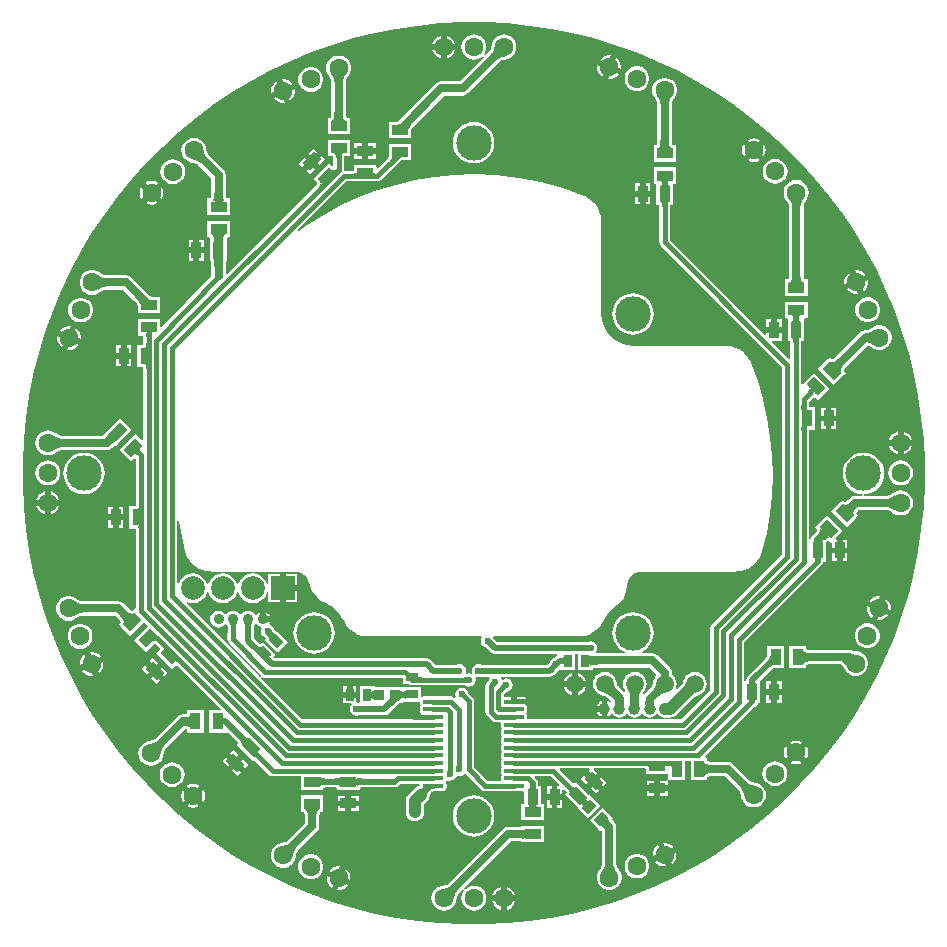
<source format=gtl>
G04*
G04 #@! TF.GenerationSoftware,Altium Limited,Altium Designer,18.1.7 (191)*
G04*
G04 Layer_Physical_Order=1*
G04 Layer_Color=255*
%FSLAX42Y42*%
%MOMM*%
G71*
G01*
G75*
%ADD15R,1.40X0.90*%
%ADD16R,0.90X1.40*%
G04:AMPARAMS|DCode=17|XSize=0.9mm|YSize=1.4mm|CornerRadius=0mm|HoleSize=0mm|Usage=FLASHONLY|Rotation=135.000|XOffset=0mm|YOffset=0mm|HoleType=Round|Shape=Rectangle|*
%AMROTATEDRECTD17*
4,1,4,0.81,0.18,-0.18,-0.81,-0.81,-0.18,0.18,0.81,0.81,0.18,0.0*
%
%ADD17ROTATEDRECTD17*%

G04:AMPARAMS|DCode=18|XSize=0.9mm|YSize=1.4mm|CornerRadius=0mm|HoleSize=0mm|Usage=FLASHONLY|Rotation=45.000|XOffset=0mm|YOffset=0mm|HoleType=Round|Shape=Rectangle|*
%AMROTATEDRECTD18*
4,1,4,0.18,-0.81,-0.81,0.18,-0.18,0.81,0.81,-0.18,0.18,-0.81,0.0*
%
%ADD18ROTATEDRECTD18*%

G04:AMPARAMS|DCode=19|XSize=0.75mm|YSize=1.02mm|CornerRadius=0mm|HoleSize=0mm|Usage=FLASHONLY|Rotation=315.000|XOffset=0mm|YOffset=0mm|HoleType=Round|Shape=Rectangle|*
%AMROTATEDRECTD19*
4,1,4,-0.62,-0.09,0.09,0.62,0.62,0.09,-0.09,-0.62,-0.62,-0.09,0.0*
%
%ADD19ROTATEDRECTD19*%

G04:AMPARAMS|DCode=20|XSize=0.75mm|YSize=1.02mm|CornerRadius=0mm|HoleSize=0mm|Usage=FLASHONLY|Rotation=45.000|XOffset=0mm|YOffset=0mm|HoleType=Round|Shape=Rectangle|*
%AMROTATEDRECTD20*
4,1,4,0.09,-0.62,-0.62,0.09,-0.09,0.62,0.62,-0.09,0.09,-0.62,0.0*
%
%ADD20ROTATEDRECTD20*%

%ADD21R,1.02X0.75*%
%ADD22R,0.75X1.02*%
%ADD23R,0.85X0.85*%
G04:AMPARAMS|DCode=24|XSize=1.75mm|YSize=0.4mm|CornerRadius=0.1mm|HoleSize=0mm|Usage=FLASHONLY|Rotation=180.000|XOffset=0mm|YOffset=0mm|HoleType=Round|Shape=RoundedRectangle|*
%AMROUNDEDRECTD24*
21,1,1.75,0.20,0,0,180.0*
21,1,1.55,0.40,0,0,180.0*
1,1,0.20,-0.78,0.10*
1,1,0.20,0.78,0.10*
1,1,0.20,0.78,-0.10*
1,1,0.20,-0.78,-0.10*
%
%ADD24ROUNDEDRECTD24*%
%ADD25C,1.60*%
%ADD26C,1.50*%
%ADD27C,2.00*%
%ADD28R,2.00X2.00*%
%ADD29C,3.00*%
%ADD30C,0.90*%
%ADD31C,1.00*%
%ADD33C,0.50*%
%ADD34C,0.40*%
%ADD35C,0.70*%
%ADD36C,0.40*%
%ADD37C,1.00*%
%ADD38C,0.80*%
%ADD39C,0.60*%
%ADD40C,0.70*%
G36*
X4131Y7660D02*
X4318Y7642D01*
X4503Y7614D01*
X4687Y7578D01*
X4869Y7532D01*
X5048Y7478D01*
X5225Y7415D01*
X5398Y7343D01*
X5568Y7263D01*
X5733Y7174D01*
X5894Y7078D01*
X6050Y6974D01*
X6201Y6862D01*
X6345Y6743D01*
X6484Y6617D01*
X6617Y6484D01*
X6743Y6345D01*
X6862Y6201D01*
X6974Y6050D01*
X7078Y5894D01*
X7174Y5733D01*
X7263Y5568D01*
X7343Y5398D01*
X7415Y5225D01*
X7478Y5048D01*
X7532Y4869D01*
X7578Y4687D01*
X7614Y4503D01*
X7642Y4318D01*
X7660Y4131D01*
X7669Y3944D01*
Y3756D01*
X7660Y3569D01*
X7642Y3382D01*
X7614Y3197D01*
X7578Y3013D01*
X7532Y2831D01*
X7478Y2652D01*
X7415Y2475D01*
X7343Y2302D01*
X7263Y2132D01*
X7174Y1967D01*
X7078Y1806D01*
X6974Y1650D01*
X6862Y1499D01*
X6743Y1355D01*
X6617Y1216D01*
X6484Y1083D01*
X6345Y957D01*
X6201Y838D01*
X6050Y726D01*
X5894Y622D01*
X5733Y526D01*
X5568Y437D01*
X5398Y357D01*
X5225Y285D01*
X5048Y222D01*
X4869Y168D01*
X4687Y122D01*
X4503Y86D01*
X4318Y58D01*
X4131Y40D01*
X3944Y31D01*
X3756D01*
X3569Y40D01*
X3382Y58D01*
X3197Y86D01*
X3013Y122D01*
X2831Y168D01*
X2652Y222D01*
X2475Y285D01*
X2302Y357D01*
X2132Y437D01*
X1967Y526D01*
X1806Y622D01*
X1650Y726D01*
X1499Y838D01*
X1355Y957D01*
X1216Y1083D01*
X1083Y1216D01*
X957Y1355D01*
X838Y1499D01*
X726Y1650D01*
X622Y1806D01*
X526Y1967D01*
X437Y2132D01*
X357Y2302D01*
X285Y2475D01*
X222Y2652D01*
X168Y2831D01*
X122Y3013D01*
X86Y3197D01*
X58Y3382D01*
X40Y3569D01*
X31Y3756D01*
X31Y3850D01*
Y3944D01*
X40Y4131D01*
X58Y4318D01*
X86Y4503D01*
X122Y4687D01*
X168Y4869D01*
X222Y5048D01*
X285Y5225D01*
X357Y5398D01*
X437Y5568D01*
X526Y5733D01*
X622Y5894D01*
X726Y6050D01*
X838Y6201D01*
X957Y6345D01*
X1083Y6484D01*
X1216Y6617D01*
X1355Y6743D01*
X1499Y6862D01*
X1650Y6974D01*
X1806Y7078D01*
X1967Y7174D01*
X2132Y7263D01*
X2302Y7343D01*
X2475Y7415D01*
X2652Y7478D01*
X2831Y7532D01*
X3013Y7578D01*
X3197Y7614D01*
X3382Y7642D01*
X3569Y7660D01*
X3756Y7669D01*
X3944D01*
X4131Y7660D01*
D02*
G37*
%LPC*%
G36*
X3624Y7558D02*
Y7485D01*
X3696D01*
X3696Y7486D01*
X3686Y7510D01*
X3670Y7531D01*
X3649Y7547D01*
X3625Y7557D01*
X3624Y7558D01*
D02*
G37*
G36*
X3574D02*
X3572Y7557D01*
X3548Y7547D01*
X3527Y7531D01*
X3511Y7510D01*
X3501Y7486D01*
X3501Y7485D01*
X3574D01*
Y7558D01*
D02*
G37*
G36*
X4106Y7566D02*
X4079Y7562D01*
X4054Y7552D01*
X4032Y7535D01*
X4015Y7513D01*
X4004Y7487D01*
X4003Y7478D01*
X4002Y7476D01*
X3999Y7459D01*
X3997Y7452D01*
X3995Y7445D01*
X3993Y7440D01*
X3990Y7434D01*
X3988Y7429D01*
X3985Y7425D01*
X3984Y7424D01*
X3938Y7378D01*
X3928Y7386D01*
X3934Y7394D01*
X3944Y7407D01*
X3955Y7433D01*
X3958Y7460D01*
X3955Y7487D01*
X3944Y7513D01*
X3927Y7535D01*
X3905Y7552D01*
X3880Y7562D01*
X3853Y7566D01*
X3825Y7562D01*
X3800Y7552D01*
X3778Y7535D01*
X3761Y7513D01*
X3750Y7487D01*
X3747Y7460D01*
X3750Y7433D01*
X3761Y7407D01*
X3778Y7385D01*
X3800Y7368D01*
X3825Y7358D01*
X3853Y7354D01*
X3880Y7358D01*
X3905Y7368D01*
X3919Y7379D01*
X3926Y7384D01*
X3935Y7375D01*
X3731Y7171D01*
X3578D01*
X3555Y7167D01*
X3535Y7153D01*
X3237Y6855D01*
X3230Y6849D01*
X3219Y6841D01*
X3210Y6834D01*
X3202Y6829D01*
X3201Y6829D01*
X3133D01*
Y6689D01*
X3322D01*
Y6762D01*
X3328Y6770D01*
X3347Y6792D01*
X3604Y7049D01*
X3756D01*
X3780Y7053D01*
X3800Y7067D01*
X4071Y7338D01*
X4072Y7338D01*
X4076Y7341D01*
X4081Y7344D01*
X4086Y7346D01*
X4092Y7349D01*
X4098Y7351D01*
X4113Y7354D01*
X4122Y7356D01*
X4124Y7356D01*
X4134Y7358D01*
X4159Y7368D01*
X4181Y7385D01*
X4198Y7407D01*
X4209Y7433D01*
X4212Y7460D01*
X4209Y7487D01*
X4198Y7513D01*
X4181Y7535D01*
X4159Y7552D01*
X4134Y7562D01*
X4106Y7566D01*
D02*
G37*
G36*
X3696Y7435D02*
X3624D01*
Y7362D01*
X3625Y7363D01*
X3649Y7373D01*
X3670Y7389D01*
X3686Y7410D01*
X3696Y7434D01*
X3696Y7435D01*
D02*
G37*
G36*
X3574D02*
X3501D01*
X3501Y7434D01*
X3511Y7410D01*
X3527Y7389D01*
X3548Y7373D01*
X3572Y7363D01*
X3574Y7362D01*
Y7435D01*
D02*
G37*
G36*
X4985Y7390D02*
X4959Y7383D01*
X4936Y7370D01*
X4918Y7351D01*
X4917Y7350D01*
X4984Y7322D01*
X5012Y7389D01*
X5011Y7390D01*
X4985Y7390D01*
D02*
G37*
G36*
X5058Y7370D02*
X5030Y7303D01*
X5098Y7275D01*
X5098Y7277D01*
X5098Y7303D01*
X5091Y7328D01*
X5078Y7351D01*
X5059Y7370D01*
X5058Y7370D01*
D02*
G37*
G36*
X4898Y7304D02*
X4898Y7303D01*
X4898Y7277D01*
X4905Y7251D01*
X4918Y7228D01*
X4936Y7210D01*
X4937Y7209D01*
X4965Y7276D01*
X4898Y7304D01*
D02*
G37*
G36*
X5011Y7257D02*
X4984Y7190D01*
X4985Y7190D01*
X5011Y7190D01*
X5036Y7197D01*
X5059Y7210D01*
X5078Y7228D01*
X5078Y7229D01*
X5011Y7257D01*
D02*
G37*
G36*
X2251Y7188D02*
X2225Y7188D01*
X2224Y7188D01*
X2251Y7120D01*
X2318Y7148D01*
X2318Y7149D01*
X2299Y7168D01*
X2276Y7181D01*
X2251Y7188D01*
D02*
G37*
G36*
X5246Y7297D02*
X5219D01*
X5192Y7290D01*
X5168Y7277D01*
X5148Y7257D01*
X5135Y7233D01*
X5128Y7206D01*
Y7179D01*
X5135Y7152D01*
X5148Y7128D01*
X5168Y7108D01*
X5192Y7095D01*
X5219Y7088D01*
X5246D01*
X5273Y7095D01*
X5297Y7108D01*
X5317Y7128D01*
X5330Y7152D01*
X5338Y7179D01*
Y7206D01*
X5330Y7233D01*
X5317Y7257D01*
X5297Y7277D01*
X5273Y7290D01*
X5246Y7297D01*
D02*
G37*
G36*
X2486Y7290D02*
X2459D01*
X2432Y7283D01*
X2408Y7269D01*
X2388Y7249D01*
X2375Y7226D01*
X2367Y7199D01*
Y7171D01*
X2375Y7144D01*
X2388Y7121D01*
X2408Y7101D01*
X2432Y7087D01*
X2459Y7080D01*
X2486D01*
X2513Y7087D01*
X2537Y7101D01*
X2557Y7121D01*
X2570Y7144D01*
X2577Y7171D01*
Y7199D01*
X2570Y7226D01*
X2557Y7249D01*
X2537Y7269D01*
X2513Y7283D01*
X2486Y7290D01*
D02*
G37*
G36*
X2177Y7168D02*
X2176Y7168D01*
X2158Y7149D01*
X2145Y7126D01*
X2138Y7101D01*
X2138Y7075D01*
X2138Y7074D01*
X2205Y7101D01*
X2177Y7168D01*
D02*
G37*
G36*
X2338Y7102D02*
X2270Y7074D01*
X2298Y7007D01*
X2299Y7008D01*
X2318Y7026D01*
X2331Y7049D01*
X2338Y7075D01*
X2338Y7101D01*
X2338Y7102D01*
D02*
G37*
G36*
X2224Y7055D02*
X2157Y7027D01*
X2158Y7026D01*
X2176Y7008D01*
X2199Y6995D01*
X2225Y6988D01*
X2251Y6988D01*
X2252Y6988D01*
X2224Y7055D01*
D02*
G37*
G36*
X2721Y7387D02*
X2693D01*
X2667Y7380D01*
X2643Y7366D01*
X2623Y7347D01*
X2609Y7323D01*
X2602Y7296D01*
Y7268D01*
X2609Y7242D01*
X2623Y7218D01*
X2624Y7216D01*
X2632Y7205D01*
X2636Y7199D01*
X2639Y7193D01*
X2641Y7187D01*
X2643Y7182D01*
X2645Y7177D01*
X2646Y7172D01*
X2646Y7170D01*
Y6890D01*
X2645Y6884D01*
X2644Y6876D01*
X2642Y6869D01*
X2641Y6865D01*
X2639Y6863D01*
X2639Y6862D01*
X2635Y6862D01*
X2635Y6861D01*
X2613D01*
Y6837D01*
X2612Y6836D01*
X2613Y6835D01*
Y6834D01*
X2613Y6833D01*
X2613Y6833D01*
Y6721D01*
X2802D01*
Y6833D01*
X2802Y6834D01*
X2802Y6834D01*
Y6835D01*
X2803Y6836D01*
X2802Y6837D01*
Y6861D01*
X2780D01*
X2780Y6862D01*
X2776Y6862D01*
X2776Y6862D01*
X2776Y6862D01*
X2775Y6863D01*
X2774Y6865D01*
X2772Y6870D01*
X2770Y6876D01*
X2769Y6884D01*
X2768Y6890D01*
Y7170D01*
X2768Y7172D01*
X2770Y7177D01*
X2771Y7182D01*
X2773Y7187D01*
X2776Y7193D01*
X2779Y7199D01*
X2787Y7212D01*
X2790Y7216D01*
X2791Y7218D01*
X2805Y7242D01*
X2812Y7268D01*
Y7296D01*
X2805Y7323D01*
X2791Y7347D01*
X2772Y7366D01*
X2748Y7380D01*
X2721Y7387D01*
D02*
G37*
G36*
X6223Y6688D02*
X6197Y6685D01*
X6172Y6674D01*
X6172Y6674D01*
X6223Y6622D01*
X6274Y6674D01*
X6273Y6674D01*
X6249Y6685D01*
X6223Y6688D01*
D02*
G37*
G36*
X3020Y6643D02*
X2955D01*
Y6603D01*
X3020D01*
Y6643D01*
D02*
G37*
G36*
X2905D02*
X2840D01*
Y6603D01*
X2905D01*
Y6643D01*
D02*
G37*
G36*
X6136Y6638D02*
X6136Y6638D01*
X6125Y6613D01*
X6122Y6587D01*
X6125Y6561D01*
X6136Y6537D01*
X6136Y6536D01*
X6188Y6587D01*
X6136Y6638D01*
D02*
G37*
G36*
X6310Y6638D02*
X6258Y6587D01*
X6310Y6536D01*
X6310Y6537D01*
X6320Y6561D01*
X6324Y6587D01*
X6320Y6613D01*
X6310Y6638D01*
X6310Y6638D01*
D02*
G37*
G36*
X2497Y6600D02*
X2451Y6554D01*
X2479Y6526D01*
X2525Y6572D01*
X2497Y6600D01*
D02*
G37*
G36*
X3020Y6553D02*
X2955D01*
Y6513D01*
X3020D01*
Y6553D01*
D02*
G37*
G36*
X2905D02*
X2840D01*
Y6513D01*
X2905D01*
Y6553D01*
D02*
G37*
G36*
X5481Y7200D02*
X5453D01*
X5427Y7193D01*
X5403Y7179D01*
X5383Y7160D01*
X5369Y7136D01*
X5362Y7109D01*
Y7081D01*
X5369Y7055D01*
X5383Y7031D01*
X5384Y7030D01*
X5392Y7018D01*
X5396Y7012D01*
X5399Y7006D01*
X5401Y7000D01*
X5403Y6995D01*
X5405Y6990D01*
X5406Y6985D01*
X5406Y6984D01*
Y6657D01*
X5406Y6651D01*
X5404Y6643D01*
X5403Y6636D01*
X5401Y6632D01*
X5400Y6630D01*
X5399Y6629D01*
X5397Y6629D01*
X5397Y6629D01*
X5375D01*
Y6605D01*
X5374Y6604D01*
X5375Y6603D01*
Y6601D01*
X5375Y6601D01*
X5375Y6601D01*
Y6489D01*
X5564D01*
Y6629D01*
X5537D01*
X5536Y6629D01*
X5536Y6629D01*
X5536Y6629D01*
X5535Y6630D01*
X5534Y6633D01*
X5532Y6637D01*
X5530Y6643D01*
X5529Y6652D01*
X5528Y6658D01*
Y6984D01*
X5528Y6985D01*
X5530Y6990D01*
X5531Y6995D01*
X5533Y7000D01*
X5536Y7006D01*
X5539Y7012D01*
X5547Y7025D01*
X5550Y7029D01*
X5551Y7031D01*
X5565Y7055D01*
X5572Y7081D01*
Y7109D01*
X5565Y7136D01*
X5551Y7160D01*
X5532Y7179D01*
X5508Y7193D01*
X5481Y7200D01*
D02*
G37*
G36*
X6223Y6552D02*
X6172Y6500D01*
X6172Y6500D01*
X6197Y6490D01*
X6223Y6486D01*
X6249Y6490D01*
X6273Y6500D01*
X6274Y6500D01*
X6223Y6552D01*
D02*
G37*
G36*
X3850Y6826D02*
X3816Y6822D01*
X3783Y6812D01*
X3752Y6796D01*
X3726Y6774D01*
X3704Y6748D01*
X3688Y6717D01*
X3678Y6684D01*
X3674Y6650D01*
X3678Y6616D01*
X3688Y6583D01*
X3704Y6552D01*
X3726Y6526D01*
X3752Y6504D01*
X3783Y6488D01*
X3816Y6478D01*
X3850Y6474D01*
X3884Y6478D01*
X3917Y6488D01*
X3948Y6504D01*
X3974Y6526D01*
X3996Y6552D01*
X4012Y6583D01*
X4022Y6616D01*
X4026Y6650D01*
X4022Y6684D01*
X4012Y6717D01*
X3996Y6748D01*
X3974Y6774D01*
X3948Y6796D01*
X3917Y6812D01*
X3884Y6822D01*
X3850Y6826D01*
D02*
G37*
G36*
X2560Y6537D02*
X2515Y6491D01*
X2543Y6462D01*
X2589Y6508D01*
X2560Y6537D01*
D02*
G37*
G36*
X2802Y6674D02*
X2613D01*
Y6533D01*
X2660D01*
X2661Y6530D01*
X2661Y6528D01*
Y6459D01*
X2650Y6455D01*
X2628Y6476D01*
X2494Y6342D01*
X2522Y6314D01*
X2520Y6298D01*
X1763Y5540D01*
X1751Y5545D01*
Y5635D01*
X1752Y5645D01*
X1758D01*
Y5670D01*
X1758Y5670D01*
X1758Y5671D01*
X1758Y5672D01*
X1758Y5672D01*
Y5808D01*
X1758Y5808D01*
X1758Y5809D01*
X1758Y5810D01*
X1758Y5810D01*
Y5835D01*
X1758Y5835D01*
X1758Y5839D01*
X1759Y5842D01*
X1768Y5851D01*
X1785D01*
Y5875D01*
X1785Y5876D01*
X1785Y5877D01*
Y5879D01*
X1785Y5879D01*
X1785Y5879D01*
Y5991D01*
X1595D01*
Y5879D01*
X1595Y5879D01*
X1595Y5879D01*
Y5877D01*
X1595Y5876D01*
X1595Y5875D01*
Y5851D01*
X1611D01*
X1619Y5840D01*
X1619Y5838D01*
X1618Y5835D01*
X1618D01*
Y5812D01*
X1618Y5812D01*
X1618Y5811D01*
Y5810D01*
X1618Y5810D01*
X1618Y5809D01*
Y5671D01*
X1618Y5670D01*
X1618Y5670D01*
Y5669D01*
X1618Y5668D01*
X1618Y5668D01*
Y5645D01*
X1627D01*
X1629Y5621D01*
Y5519D01*
X1207Y5079D01*
X1195Y5084D01*
Y5156D01*
X1005D01*
Y5016D01*
X1053D01*
X1054Y5013D01*
X1054Y5010D01*
Y4946D01*
X1054Y4943D01*
X1053Y4940D01*
X1003D01*
Y4750D01*
X1053D01*
X1054Y4747D01*
X1054Y4744D01*
Y4134D01*
X1042Y4129D01*
X987Y4185D01*
X852Y4051D01*
X951Y3952D01*
X976Y3977D01*
X989Y3972D01*
Y3578D01*
X989Y3576D01*
X988Y3572D01*
X935D01*
Y3383D01*
X988D01*
X989Y3379D01*
X989Y3377D01*
Y2710D01*
X979Y2706D01*
X979D01*
X963Y2690D01*
X963Y2690D01*
X960Y2687D01*
X960Y2687D01*
X959Y2687D01*
X956Y2688D01*
X952Y2690D01*
X946Y2693D01*
X939Y2698D01*
X935Y2702D01*
X886Y2750D01*
X866Y2764D01*
X843Y2768D01*
X532D01*
X531Y2768D01*
X526Y2770D01*
X521Y2771D01*
X515Y2773D01*
X509Y2776D01*
X504Y2779D01*
X490Y2787D01*
X486Y2790D01*
X485Y2791D01*
X461Y2805D01*
X434Y2812D01*
X406D01*
X380Y2805D01*
X356Y2791D01*
X336Y2772D01*
X322Y2748D01*
X315Y2721D01*
Y2693D01*
X322Y2667D01*
X336Y2643D01*
X356Y2623D01*
X380Y2609D01*
X406Y2602D01*
X434D01*
X461Y2609D01*
X485Y2623D01*
X486Y2624D01*
X497Y2632D01*
X503Y2636D01*
X509Y2639D01*
X515Y2641D01*
X521Y2643D01*
X526Y2645D01*
X531Y2646D01*
X532Y2646D01*
X817D01*
X848Y2615D01*
X852Y2611D01*
X857Y2604D01*
X860Y2598D01*
X862Y2594D01*
X863Y2591D01*
X863Y2590D01*
X863Y2590D01*
X860Y2587D01*
X860Y2587D01*
X844Y2571D01*
X862Y2554D01*
X862Y2553D01*
X863Y2553D01*
X864Y2552D01*
X864Y2552D01*
X864Y2551D01*
X943Y2472D01*
X1063Y2592D01*
X1097Y2558D01*
X977Y2438D01*
X1076Y2339D01*
X1149Y2412D01*
X1152D01*
X1196Y2368D01*
X1197Y2366D01*
X1199Y2363D01*
X1164Y2328D01*
X1298Y2194D01*
X1333Y2229D01*
X1336Y2227D01*
X1338Y2226D01*
X1707Y1857D01*
X1702Y1845D01*
X1611D01*
Y1655D01*
X1751D01*
Y1656D01*
X1763Y1661D01*
X1852Y1573D01*
X1853Y1571D01*
X1857Y1566D01*
X1859Y1563D01*
X1847Y1551D01*
X1864Y1534D01*
X1864Y1533D01*
X1865Y1532D01*
X1962Y1435D01*
X1963Y1434D01*
X1964Y1434D01*
X1981Y1417D01*
X1989Y1425D01*
X1993Y1422D01*
X2115Y1300D01*
X2130Y1290D01*
X2148Y1287D01*
X2388D01*
Y1172D01*
X2551D01*
X2552Y1171D01*
X2553Y1172D01*
X2577D01*
Y1189D01*
X2580Y1189D01*
X2591Y1191D01*
X2683D01*
X2686Y1190D01*
X2691Y1190D01*
X2695Y1189D01*
Y1170D01*
X2720D01*
X2720Y1170D01*
X2721Y1170D01*
X2859D01*
X2860Y1170D01*
X2860Y1170D01*
X2885D01*
Y1189D01*
X2888Y1189D01*
X2899Y1191D01*
X3180D01*
X3200Y1194D01*
X3216Y1205D01*
X3227Y1222D01*
X3387D01*
X3392Y1215D01*
X3392Y1210D01*
X3391Y1204D01*
X3390Y1202D01*
X3383Y1201D01*
X3365Y1193D01*
X3349Y1181D01*
X3299Y1131D01*
X3287Y1115D01*
X3279Y1097D01*
X3277Y1077D01*
Y1032D01*
X3277Y1029D01*
X3277Y1022D01*
X3277Y1021D01*
X3277Y1020D01*
X3276Y1018D01*
X3277Y1016D01*
X3277Y1014D01*
X3277Y1014D01*
Y980D01*
X3279Y960D01*
X3287Y942D01*
X3299Y927D01*
X3315Y914D01*
X3333Y907D01*
X3353Y904D01*
X3372Y907D01*
X3390Y914D01*
X3406Y927D01*
X3418Y942D01*
X3426Y960D01*
X3428Y980D01*
Y1015D01*
X3429Y1018D01*
X3429Y1018D01*
X3429Y1019D01*
X3428Y1046D01*
X3456Y1074D01*
X3468Y1090D01*
X3476Y1108D01*
X3477Y1115D01*
X3477Y1117D01*
X3478Y1122D01*
X3479Y1126D01*
X3481Y1131D01*
X3483Y1136D01*
X3486Y1141D01*
X3489Y1146D01*
X3492Y1150D01*
X3494Y1152D01*
X3498Y1154D01*
X3502Y1155D01*
X3505Y1156D01*
X3506Y1157D01*
X3508D01*
X3508Y1157D01*
X3585D01*
X3599Y1160D01*
X3610Y1167D01*
X3618Y1179D01*
X3621Y1193D01*
Y1212D01*
X3618Y1226D01*
X3612Y1235D01*
X3618Y1244D01*
X3622Y1249D01*
X3629Y1252D01*
X3650Y1248D01*
X3671Y1252D01*
X3690Y1264D01*
X3702Y1282D01*
X3702Y1283D01*
X3716Y1291D01*
X3730Y1288D01*
X3751Y1292D01*
X3770Y1304D01*
X3783Y1302D01*
X3915Y1170D01*
X3930Y1160D01*
X3948Y1157D01*
X4192D01*
X4193Y1157D01*
X4270D01*
X4279Y1149D01*
Y1054D01*
X4255D01*
Y914D01*
X4445D01*
Y1054D01*
X4419D01*
Y1205D01*
X4397D01*
X4396Y1208D01*
X4396Y1211D01*
Y1227D01*
X4392Y1245D01*
X4382Y1260D01*
X4368Y1275D01*
X4372Y1287D01*
X4502D01*
X4577Y1212D01*
X4572Y1200D01*
X4560D01*
Y1135D01*
X4601D01*
Y1172D01*
X4612Y1176D01*
X4633Y1156D01*
X4635Y1154D01*
X4637Y1151D01*
X4620Y1134D01*
X4732Y1023D01*
X4727Y1018D01*
X4816Y930D01*
X4923Y1037D01*
X4835Y1125D01*
X4831Y1122D01*
X4719Y1233D01*
X4709Y1223D01*
X4693Y1225D01*
X4578Y1340D01*
X4583Y1352D01*
X4828D01*
X4833Y1340D01*
X4822Y1329D01*
X4868Y1284D01*
X4897Y1312D01*
X4869Y1340D01*
X4873Y1352D01*
X5304D01*
X5307Y1351D01*
X5310Y1351D01*
Y1301D01*
X5499D01*
X5499Y1264D01*
X5499Y1262D01*
X5498Y1260D01*
X5496Y1252D01*
X5488Y1250D01*
X5486Y1250D01*
X5484Y1249D01*
X5430D01*
Y1210D01*
X5495D01*
Y1238D01*
X5495Y1240D01*
X5495Y1242D01*
X5498Y1250D01*
X5506Y1253D01*
X5508Y1253D01*
X5509Y1253D01*
X5638D01*
Y1417D01*
X5687D01*
Y1253D01*
X5798D01*
X5798Y1253D01*
X5799Y1253D01*
X5800D01*
X5801Y1252D01*
X5802Y1253D01*
X5826D01*
Y1275D01*
X5827Y1275D01*
X5827Y1279D01*
X5827Y1279D01*
X5828Y1280D01*
X5830Y1281D01*
X5834Y1283D01*
X5841Y1284D01*
X5849Y1286D01*
X5855Y1286D01*
X5975D01*
X6098Y1164D01*
X6099Y1163D01*
X6102Y1158D01*
X6104Y1154D01*
X6107Y1148D01*
X6109Y1142D01*
X6111Y1136D01*
X6115Y1121D01*
X6116Y1113D01*
X6117Y1111D01*
X6118Y1100D01*
X6129Y1075D01*
X6146Y1053D01*
X6167Y1036D01*
X6193Y1026D01*
X6220Y1022D01*
X6248Y1026D01*
X6273Y1036D01*
X6295Y1053D01*
X6312Y1075D01*
X6323Y1100D01*
X6326Y1128D01*
X6323Y1155D01*
X6312Y1181D01*
X6295Y1203D01*
X6273Y1220D01*
X6248Y1230D01*
X6238Y1231D01*
X6236Y1232D01*
X6219Y1235D01*
X6212Y1237D01*
X6206Y1239D01*
X6200Y1242D01*
X6195Y1244D01*
X6190Y1247D01*
X6186Y1249D01*
X6185Y1250D01*
X6044Y1391D01*
X6024Y1404D01*
X6001Y1409D01*
X5855D01*
X5849Y1409D01*
X5841Y1411D01*
X5834Y1412D01*
X5830Y1414D01*
X5828Y1415D01*
X5827Y1416D01*
X5827Y1416D01*
X5827Y1420D01*
X5826Y1420D01*
Y1442D01*
X5816D01*
X5811Y1455D01*
X6227Y1872D01*
X6230Y1872D01*
X6246Y1883D01*
X6257Y1900D01*
X6258Y1905D01*
X6277D01*
Y2094D01*
X6365Y2182D01*
X6375Y2191D01*
X6383Y2198D01*
X6386Y2200D01*
X6476D01*
Y2390D01*
X6336D01*
Y2304D01*
X6336Y2303D01*
X6333Y2298D01*
X6329Y2292D01*
X6318Y2279D01*
X6174Y2135D01*
X6163Y2119D01*
X6159Y2099D01*
Y2095D01*
X6141D01*
Y2423D01*
X6797Y3080D01*
X6807Y3094D01*
X6809Y3103D01*
X6835D01*
Y3268D01*
X6837Y3269D01*
X6843Y3274D01*
X6849Y3278D01*
X6854Y3279D01*
X6856Y3280D01*
X6857Y3280D01*
X6857Y3280D01*
X6860Y3278D01*
X6860Y3278D01*
X6876Y3262D01*
X6876D01*
X6886Y3258D01*
Y3222D01*
X6925D01*
Y3287D01*
X6918D01*
X6913Y3299D01*
X6975Y3361D01*
X6841Y3495D01*
X6762Y3416D01*
X6762Y3416D01*
X6761Y3416D01*
X6761Y3415D01*
X6760Y3414D01*
X6759Y3413D01*
X6742Y3396D01*
X6758Y3380D01*
X6758Y3380D01*
X6760Y3377D01*
X6760Y3377D01*
X6760Y3376D01*
X6759Y3374D01*
X6758Y3369D01*
X6754Y3363D01*
X6749Y3357D01*
X6746Y3352D01*
X6721Y3328D01*
X6708Y3308D01*
X6706Y3297D01*
X6698Y3296D01*
X6688Y3307D01*
Y4214D01*
X6689Y4217D01*
X6689Y4220D01*
X6739D01*
Y4410D01*
X6689D01*
X6689Y4413D01*
X6688Y4416D01*
Y4458D01*
X6730Y4500D01*
X6732Y4502D01*
X6735Y4504D01*
X6769Y4469D01*
X6868Y4568D01*
X6733Y4703D01*
X6643Y4612D01*
X6640Y4610D01*
X6625Y4610D01*
X6623Y4613D01*
Y4964D01*
X6624Y4967D01*
X6624Y4970D01*
X6648D01*
Y5160D01*
X6659Y5163D01*
X6677D01*
Y5303D01*
X6487D01*
Y5163D01*
X6497D01*
X6508Y5160D01*
Y4970D01*
X6531D01*
X6531Y4967D01*
X6532Y4964D01*
Y4824D01*
X6520Y4819D01*
X6375Y4963D01*
X6380Y4975D01*
X6457D01*
Y5040D01*
X6327D01*
Y5028D01*
X6315Y5024D01*
X5513Y5826D01*
Y6116D01*
X5513Y6119D01*
X5514Y6122D01*
X5538D01*
Y6301D01*
X5564D01*
Y6441D01*
X5375D01*
Y6301D01*
X5398D01*
Y6122D01*
X5420D01*
X5421Y6119D01*
X5421Y6116D01*
Y5807D01*
X5425Y5789D01*
X5435Y5774D01*
X6457Y4752D01*
Y3160D01*
X5868Y2571D01*
X5858Y2556D01*
X5854Y2539D01*
Y2020D01*
X5602Y1768D01*
X4313D01*
X4306Y1777D01*
Y1798D01*
X4303Y1811D01*
X4297Y1820D01*
X4303Y1829D01*
X4306Y1842D01*
Y1862D01*
X4303Y1876D01*
X4295Y1888D01*
X4294Y1889D01*
X4296Y1892D01*
X4288D01*
X4284Y1895D01*
X4270Y1898D01*
X4193D01*
X4192Y1898D01*
Y1917D01*
X4167D01*
Y1958D01*
X4115D01*
X4106Y1966D01*
Y1981D01*
X4126Y2001D01*
X4127Y2002D01*
X4128Y2001D01*
X4149Y2006D01*
X4167Y2018D01*
X4179Y2036D01*
X4184Y2058D01*
X4179Y2079D01*
X4167Y2097D01*
X4149Y2109D01*
X4128Y2114D01*
X4106Y2109D01*
X4098Y2104D01*
X4084Y2106D01*
X4078Y2116D01*
X4085Y2129D01*
X4495D01*
X4515Y2133D01*
X4531Y2144D01*
X4567Y2180D01*
X4569Y2181D01*
X4584Y2191D01*
X4587Y2189D01*
Y2189D01*
X4712D01*
Y2322D01*
X4735D01*
Y2189D01*
X4834D01*
X4835Y2189D01*
X4836Y2189D01*
X4860D01*
Y2203D01*
X4863Y2203D01*
X4886Y2205D01*
X5338D01*
X5399Y2145D01*
X5398Y2139D01*
X5382Y2118D01*
X5372Y2094D01*
X5371Y2084D01*
X5370Y2082D01*
X5369Y2075D01*
X5367Y2068D01*
X5366Y2063D01*
X5364Y2057D01*
X5362Y2052D01*
X5359Y2047D01*
X5357Y2043D01*
X5354Y2039D01*
X5354Y2038D01*
X5298Y1983D01*
X5291Y1985D01*
X5286Y1988D01*
X5287Y1993D01*
X5288Y1997D01*
X5291Y2001D01*
X5295Y2006D01*
X5296Y2008D01*
X5303Y2017D01*
X5313Y2041D01*
X5316Y2067D01*
X5313Y2094D01*
X5303Y2118D01*
X5287Y2139D01*
X5266Y2155D01*
X5242Y2165D01*
X5215Y2168D01*
X5189Y2165D01*
X5165Y2155D01*
X5144Y2139D01*
X5128Y2118D01*
X5118Y2094D01*
X5115Y2067D01*
X5118Y2041D01*
X5128Y2017D01*
X5132Y2012D01*
X5136Y2004D01*
X5125Y1997D01*
X5083Y2039D01*
X5080Y2041D01*
X5077Y2046D01*
X5074Y2050D01*
X5071Y2054D01*
X5068Y2059D01*
X5066Y2063D01*
X5064Y2068D01*
X5063Y2072D01*
X5062Y2077D01*
X5061Y2082D01*
X5060Y2084D01*
X5059Y2094D01*
X5049Y2118D01*
X5033Y2139D01*
X5012Y2155D01*
X4988Y2165D01*
X4962Y2168D01*
X4935Y2165D01*
X4911Y2155D01*
X4890Y2139D01*
X4874Y2118D01*
X4864Y2094D01*
X4861Y2067D01*
X4864Y2041D01*
X4874Y2017D01*
X4890Y1996D01*
X4911Y1980D01*
X4935Y1970D01*
X4945Y1969D01*
X4947Y1968D01*
X4952Y1967D01*
X4957Y1966D01*
X4961Y1965D01*
X4966Y1963D01*
X4970Y1961D01*
X4975Y1958D01*
X4979Y1955D01*
X4983Y1952D01*
X4988Y1949D01*
X4990Y1946D01*
X5013Y1924D01*
X5012Y1920D01*
X5002Y1915D01*
X4998Y1915D01*
X4994Y1919D01*
X4983Y1923D01*
Y1858D01*
Y1792D01*
X4994Y1796D01*
X5008Y1808D01*
X5011Y1811D01*
X5027D01*
X5032Y1804D01*
X5048Y1792D01*
X5066Y1784D01*
X5085Y1782D01*
X5105Y1784D01*
X5123Y1792D01*
X5139Y1804D01*
X5143Y1809D01*
X5155D01*
X5159Y1804D01*
X5175Y1792D01*
X5193Y1784D01*
X5212Y1782D01*
X5232Y1784D01*
X5250Y1792D01*
X5266Y1804D01*
X5270Y1809D01*
X5282D01*
X5286Y1804D01*
X5302Y1792D01*
X5320Y1784D01*
X5340Y1782D01*
X5359Y1784D01*
X5377Y1792D01*
X5393Y1804D01*
X5397Y1809D01*
X5409D01*
X5413Y1804D01*
X5429Y1792D01*
X5447Y1784D01*
X5467Y1782D01*
X5514D01*
X5533Y1784D01*
X5551Y1792D01*
X5567Y1804D01*
X5710Y1947D01*
X5716Y1953D01*
X5725Y1960D01*
X5729Y1963D01*
X5732Y1965D01*
X5735Y1967D01*
X5737Y1968D01*
X5738Y1968D01*
X5739Y1968D01*
X5741Y1969D01*
X5750Y1970D01*
X5774Y1980D01*
X5795Y1996D01*
X5811Y2017D01*
X5821Y2041D01*
X5824Y2067D01*
X5821Y2094D01*
X5811Y2118D01*
X5795Y2139D01*
X5774Y2155D01*
X5750Y2165D01*
X5724Y2168D01*
X5697Y2165D01*
X5673Y2155D01*
X5652Y2139D01*
X5636Y2118D01*
X5626Y2094D01*
X5625Y2085D01*
X5624Y2083D01*
X5624Y2082D01*
X5624Y2081D01*
X5623Y2079D01*
X5621Y2076D01*
X5619Y2073D01*
X5617Y2069D01*
X5604Y2055D01*
X5574Y2025D01*
X5563Y2032D01*
X5567Y2041D01*
X5570Y2067D01*
X5567Y2094D01*
X5557Y2118D01*
X5541Y2139D01*
X5531Y2147D01*
Y2160D01*
X5526Y2184D01*
X5513Y2204D01*
X5407Y2310D01*
X5387Y2323D01*
X5364Y2327D01*
X5275D01*
X5272Y2340D01*
X5298Y2354D01*
X5324Y2376D01*
X5346Y2402D01*
X5362Y2433D01*
X5372Y2466D01*
X5376Y2500D01*
X5372Y2534D01*
X5362Y2567D01*
X5346Y2598D01*
X5324Y2624D01*
X5298Y2646D01*
X5267Y2662D01*
X5234Y2672D01*
X5200Y2676D01*
X5166Y2672D01*
X5133Y2662D01*
X5102Y2646D01*
X5076Y2624D01*
X5054Y2598D01*
X5038Y2567D01*
X5028Y2534D01*
X5024Y2500D01*
X5028Y2466D01*
X5038Y2433D01*
X5054Y2402D01*
X5076Y2376D01*
X5102Y2354D01*
X5128Y2340D01*
X5125Y2327D01*
X4891D01*
X4885Y2340D01*
X4892Y2351D01*
X4896Y2373D01*
X4892Y2394D01*
X4880Y2412D01*
X4862Y2424D01*
X4840Y2429D01*
X4819Y2424D01*
X4818Y2424D01*
X4049D01*
X4017Y2456D01*
X4015Y2458D01*
X4021Y2469D01*
X4742D01*
X4743Y2470D01*
X4745Y2470D01*
X4791Y2475D01*
X4795Y2476D01*
X4798Y2477D01*
X4842Y2492D01*
X4845Y2494D01*
X4848Y2496D01*
X4887Y2521D01*
X4889Y2523D01*
X4892Y2525D01*
X4924Y2559D01*
X4926Y2562D01*
X4928Y2565D01*
X4951Y2605D01*
X4952Y2605D01*
X4952Y2605D01*
X4978Y2652D01*
X5010Y2691D01*
X5051Y2724D01*
X5051Y2725D01*
X5051Y2725D01*
X5087Y2756D01*
X5089Y2758D01*
X5091Y2761D01*
X5119Y2799D01*
X5120Y2802D01*
X5122Y2805D01*
X5140Y2848D01*
X5140Y2852D01*
X5142Y2855D01*
X5149Y2901D01*
X5149Y2901D01*
X5149Y2901D01*
X5153Y2930D01*
X5163Y2955D01*
X5177Y2976D01*
X5196Y2994D01*
X5218Y3008D01*
X5243Y3016D01*
X5270Y3019D01*
X6070D01*
X6072Y3020D01*
X6074Y3020D01*
X6117Y3024D01*
X6120Y3025D01*
X6123Y3026D01*
X6165Y3040D01*
X6167Y3041D01*
X6171Y3043D01*
X6208Y3065D01*
X6210Y3067D01*
X6213Y3069D01*
X6245Y3099D01*
X6246Y3102D01*
X6249Y3104D01*
X6273Y3140D01*
X6274Y3143D01*
X6276Y3146D01*
X6292Y3187D01*
X6292Y3189D01*
X6293Y3191D01*
X6330Y3347D01*
X6330Y3348D01*
X6330Y3349D01*
X6357Y3507D01*
X6357Y3508D01*
X6358Y3509D01*
X6374Y3669D01*
X6374Y3670D01*
X6374Y3671D01*
X6381Y3831D01*
X6380Y3832D01*
X6381Y3833D01*
X6376Y3994D01*
X6376Y3995D01*
X6376Y3996D01*
X6362Y4156D01*
X6362Y4157D01*
X6362Y4158D01*
X6337Y4317D01*
X6337Y4317D01*
X6337Y4318D01*
X6302Y4475D01*
X6302Y4476D01*
X6302Y4477D01*
X6257Y4631D01*
X6256Y4632D01*
X6256Y4633D01*
X6202Y4784D01*
X6201Y4786D01*
X6200Y4789D01*
X6177Y4830D01*
X6175Y4833D01*
X6173Y4836D01*
X6141Y4872D01*
X6138Y4874D01*
X6136Y4876D01*
X6096Y4903D01*
X6093Y4904D01*
X6090Y4906D01*
X6045Y4923D01*
X6042Y4924D01*
X6038Y4925D01*
X5991Y4930D01*
X5989Y4930D01*
X5987Y4931D01*
X5202D01*
X5147Y4936D01*
X5097Y4951D01*
X5050Y4976D01*
X5010Y5010D01*
X4976Y5050D01*
X4951Y5097D01*
X4936Y5147D01*
X4931Y5202D01*
Y5987D01*
X4930Y5989D01*
X4930Y5991D01*
X4925Y6038D01*
X4924Y6042D01*
X4923Y6045D01*
X4906Y6090D01*
X4904Y6093D01*
X4903Y6096D01*
X4876Y6136D01*
X4874Y6138D01*
X4872Y6141D01*
X4836Y6173D01*
X4833Y6175D01*
X4830Y6177D01*
X4789Y6200D01*
X4786Y6201D01*
X4784Y6202D01*
X4606Y6265D01*
X4605Y6265D01*
X4604Y6266D01*
X4421Y6315D01*
X4420Y6315D01*
X4419Y6316D01*
X4233Y6351D01*
X4232Y6351D01*
X4231Y6352D01*
X4043Y6373D01*
X4041Y6373D01*
X4040Y6373D01*
X3851Y6381D01*
X3850Y6380D01*
X3849Y6381D01*
X3685Y6375D01*
X3684Y6375D01*
X3683Y6375D01*
X3520Y6359D01*
X3519Y6359D01*
X3518Y6359D01*
X3357Y6332D01*
X3356Y6332D01*
X3355Y6332D01*
X3195Y6294D01*
X3194Y6294D01*
X3193Y6294D01*
X3037Y6246D01*
X3036Y6246D01*
X3035Y6246D01*
X2881Y6188D01*
X2881Y6187D01*
X2880Y6187D01*
X2730Y6119D01*
X2730Y6119D01*
X2729Y6119D01*
X2584Y6041D01*
X2583Y6041D01*
X2583Y6040D01*
X2443Y5954D01*
X2443Y5953D01*
X2442Y5953D01*
X2372Y5902D01*
X2364Y5912D01*
X2773Y6322D01*
X3033D01*
X3050Y6325D01*
X3065Y6335D01*
X3216Y6486D01*
X3219Y6488D01*
X3223Y6492D01*
X3227Y6494D01*
X3231Y6497D01*
X3235Y6498D01*
X3238Y6500D01*
X3242Y6500D01*
X3245Y6501D01*
X3246Y6501D01*
X3322D01*
Y6641D01*
X3133D01*
Y6534D01*
X3124Y6524D01*
X3037Y6436D01*
X3025Y6441D01*
Y6462D01*
X2835D01*
Y6414D01*
X2832Y6414D01*
X2829Y6413D01*
X2765D01*
X2754Y6419D01*
X2753Y6426D01*
Y6528D01*
X2753Y6530D01*
X2754Y6533D01*
X2802D01*
Y6674D01*
D02*
G37*
G36*
X2416Y6519D02*
X2370Y6473D01*
X2398Y6445D01*
X2444Y6491D01*
X2416Y6519D01*
D02*
G37*
G36*
X2479Y6455D02*
X2433Y6410D01*
X2462Y6381D01*
X2508Y6427D01*
X2479Y6455D01*
D02*
G37*
G36*
X6403Y6513D02*
X6375Y6510D01*
X6350Y6499D01*
X6328Y6482D01*
X6311Y6460D01*
X6300Y6435D01*
X6297Y6407D01*
X6300Y6380D01*
X6311Y6355D01*
X6328Y6333D01*
X6350Y6316D01*
X6375Y6305D01*
X6403Y6302D01*
X6430Y6305D01*
X6455Y6316D01*
X6477Y6333D01*
X6494Y6355D01*
X6505Y6380D01*
X6508Y6407D01*
X6505Y6435D01*
X6494Y6460D01*
X6477Y6482D01*
X6455Y6499D01*
X6430Y6510D01*
X6403Y6513D01*
D02*
G37*
G36*
X1302Y6511D02*
X1275Y6507D01*
X1250Y6497D01*
X1228Y6480D01*
X1211Y6458D01*
X1200Y6432D01*
X1197Y6405D01*
X1200Y6378D01*
X1211Y6352D01*
X1228Y6330D01*
X1250Y6313D01*
X1275Y6303D01*
X1302Y6299D01*
X1330Y6303D01*
X1355Y6313D01*
X1377Y6330D01*
X1394Y6352D01*
X1405Y6378D01*
X1408Y6405D01*
X1405Y6432D01*
X1394Y6458D01*
X1377Y6480D01*
X1355Y6497D01*
X1330Y6507D01*
X1302Y6511D01*
D02*
G37*
G36*
X1123Y6326D02*
X1097Y6323D01*
X1072Y6313D01*
X1072Y6312D01*
X1123Y6261D01*
X1174Y6312D01*
X1173Y6313D01*
X1149Y6323D01*
X1123Y6326D01*
D02*
G37*
G36*
X5347Y6307D02*
X5307D01*
Y6242D01*
X5347D01*
Y6307D01*
D02*
G37*
G36*
X5257D02*
X5217D01*
Y6242D01*
X5257D01*
Y6307D01*
D02*
G37*
G36*
X1036Y6277D02*
X1036Y6276D01*
X1025Y6251D01*
X1022Y6225D01*
X1025Y6199D01*
X1036Y6175D01*
X1036Y6174D01*
X1088Y6225D01*
X1036Y6277D01*
D02*
G37*
G36*
X1210D02*
X1158Y6225D01*
X1210Y6174D01*
X1210Y6175D01*
X1220Y6199D01*
X1224Y6225D01*
X1220Y6251D01*
X1210Y6276D01*
X1210Y6277D01*
D02*
G37*
G36*
X5347Y6192D02*
X5307D01*
Y6127D01*
X5347D01*
Y6192D01*
D02*
G37*
G36*
X5257D02*
X5217D01*
Y6127D01*
X5257D01*
Y6192D01*
D02*
G37*
G36*
X1123Y6190D02*
X1072Y6139D01*
X1072Y6138D01*
X1097Y6128D01*
X1123Y6125D01*
X1149Y6128D01*
X1173Y6138D01*
X1174Y6139D01*
X1123Y6190D01*
D02*
G37*
G36*
X1482Y6691D02*
X1455Y6687D01*
X1429Y6676D01*
X1407Y6659D01*
X1390Y6638D01*
X1380Y6612D01*
X1376Y6585D01*
X1380Y6557D01*
X1390Y6532D01*
X1407Y6510D01*
X1429Y6493D01*
X1455Y6482D01*
X1464Y6481D01*
X1466Y6480D01*
X1483Y6477D01*
X1490Y6475D01*
X1497Y6473D01*
X1503Y6471D01*
X1508Y6468D01*
X1513Y6466D01*
X1517Y6463D01*
X1518Y6462D01*
X1629Y6351D01*
Y6208D01*
X1628Y6202D01*
X1627Y6193D01*
X1625Y6187D01*
X1623Y6183D01*
X1622Y6180D01*
X1621Y6179D01*
X1621Y6179D01*
X1618Y6179D01*
X1618Y6179D01*
X1595D01*
Y6155D01*
X1595Y6154D01*
X1595Y6153D01*
Y6151D01*
X1595Y6151D01*
X1595Y6151D01*
Y6039D01*
X1785D01*
Y6151D01*
X1785Y6151D01*
X1785Y6151D01*
Y6153D01*
X1785Y6154D01*
X1785Y6155D01*
Y6179D01*
X1762D01*
X1762Y6179D01*
X1759Y6179D01*
X1759Y6179D01*
X1758Y6180D01*
X1757Y6183D01*
X1755Y6187D01*
X1753Y6193D01*
X1752Y6202D01*
X1751Y6208D01*
Y6377D01*
X1747Y6400D01*
X1733Y6420D01*
X1604Y6549D01*
X1604Y6550D01*
X1601Y6554D01*
X1598Y6559D01*
X1596Y6564D01*
X1593Y6570D01*
X1591Y6576D01*
X1588Y6592D01*
X1586Y6600D01*
X1586Y6602D01*
X1584Y6612D01*
X1574Y6638D01*
X1557Y6659D01*
X1535Y6676D01*
X1510Y6687D01*
X1482Y6691D01*
D02*
G37*
G36*
X1567Y5830D02*
X1527D01*
Y5765D01*
X1567D01*
Y5830D01*
D02*
G37*
G36*
X1477D02*
X1437D01*
Y5765D01*
X1477D01*
Y5830D01*
D02*
G37*
G36*
X1567Y5715D02*
X1527D01*
Y5650D01*
X1567D01*
Y5715D01*
D02*
G37*
G36*
X1477D02*
X1437D01*
Y5650D01*
X1477D01*
Y5715D01*
D02*
G37*
G36*
X7103Y5570D02*
X7077Y5570D01*
X7076Y5569D01*
X7104Y5502D01*
X7171Y5530D01*
X7170Y5531D01*
X7152Y5550D01*
X7129Y5563D01*
X7103Y5570D01*
D02*
G37*
G36*
X7030Y5550D02*
X7029Y5550D01*
X7010Y5531D01*
X6997Y5508D01*
X6990Y5483D01*
X6990Y5456D01*
X6991Y5455D01*
X7058Y5483D01*
X7030Y5550D01*
D02*
G37*
G36*
X7190Y5484D02*
X7123Y5456D01*
X7151Y5389D01*
X7152Y5390D01*
X7170Y5408D01*
X7183Y5431D01*
X7190Y5456D01*
X7190Y5483D01*
X7190Y5484D01*
D02*
G37*
G36*
X7077Y5437D02*
X7010Y5409D01*
X7010Y5408D01*
X7029Y5390D01*
X7052Y5376D01*
X7077Y5370D01*
X7103Y5370D01*
X7105Y5370D01*
X7077Y5437D01*
D02*
G37*
G36*
X6582Y6334D02*
X6555Y6330D01*
X6529Y6320D01*
X6507Y6303D01*
X6490Y6281D01*
X6480Y6255D01*
X6476Y6228D01*
X6480Y6200D01*
X6490Y6175D01*
X6496Y6167D01*
X6497Y6165D01*
X6507Y6151D01*
X6511Y6145D01*
X6514Y6139D01*
X6516Y6133D01*
X6518Y6128D01*
X6520Y6122D01*
X6521Y6117D01*
X6521Y6116D01*
Y5520D01*
X6520Y5514D01*
X6519Y5506D01*
X6517Y5499D01*
X6516Y5495D01*
X6514Y5493D01*
X6513Y5492D01*
X6513Y5492D01*
X6510Y5492D01*
X6510Y5492D01*
X6487D01*
Y5467D01*
X6487Y5466D01*
X6487Y5465D01*
Y5464D01*
X6487Y5463D01*
X6487Y5463D01*
Y5351D01*
X6677D01*
Y5463D01*
X6677Y5463D01*
X6677Y5464D01*
Y5465D01*
X6677Y5466D01*
X6677Y5467D01*
Y5492D01*
X6654D01*
X6654Y5492D01*
X6651Y5492D01*
X6651Y5492D01*
X6650Y5493D01*
X6649Y5495D01*
X6647Y5499D01*
X6645Y5506D01*
X6644Y5514D01*
X6643Y5520D01*
Y6116D01*
X6643Y6117D01*
X6644Y6122D01*
X6646Y6128D01*
X6648Y6133D01*
X6651Y6139D01*
X6654Y6145D01*
X6662Y6158D01*
X6667Y6165D01*
X6668Y6167D01*
X6674Y6175D01*
X6684Y6200D01*
X6688Y6228D01*
X6684Y6255D01*
X6674Y6281D01*
X6657Y6303D01*
X6635Y6320D01*
X6610Y6330D01*
X6582Y6334D01*
D02*
G37*
G36*
X634Y5572D02*
X606D01*
X579Y5565D01*
X555Y5551D01*
X536Y5532D01*
X522Y5508D01*
X515Y5481D01*
Y5453D01*
X522Y5427D01*
X536Y5403D01*
X555Y5383D01*
X579Y5369D01*
X606Y5362D01*
X634D01*
X660Y5369D01*
X684Y5383D01*
X685Y5384D01*
X697Y5392D01*
X703Y5396D01*
X709Y5399D01*
X715Y5401D01*
X720Y5403D01*
X725Y5405D01*
X730Y5406D01*
X731Y5406D01*
X881D01*
X976Y5311D01*
X990Y5297D01*
X999Y5285D01*
X1005Y5277D01*
Y5204D01*
X1195D01*
Y5344D01*
X1127D01*
X1126Y5344D01*
X1117Y5349D01*
X1108Y5355D01*
X1089Y5372D01*
X950Y5510D01*
X930Y5524D01*
X907Y5528D01*
X731D01*
X730Y5528D01*
X725Y5530D01*
X720Y5531D01*
X715Y5533D01*
X709Y5536D01*
X703Y5539D01*
X690Y5547D01*
X686Y5550D01*
X684Y5551D01*
X660Y5565D01*
X634Y5572D01*
D02*
G37*
G36*
X7201Y5340D02*
X7174D01*
X7147Y5333D01*
X7123Y5319D01*
X7103Y5299D01*
X7090Y5276D01*
X7082Y5249D01*
Y5221D01*
X7090Y5194D01*
X7103Y5171D01*
X7123Y5151D01*
X7147Y5137D01*
X7174Y5130D01*
X7201D01*
X7228Y5137D01*
X7252Y5151D01*
X7272Y5171D01*
X7285Y5194D01*
X7293Y5221D01*
Y5249D01*
X7285Y5276D01*
X7272Y5299D01*
X7252Y5319D01*
X7228Y5333D01*
X7201Y5340D01*
D02*
G37*
G36*
X536Y5338D02*
X509D01*
X482Y5330D01*
X458Y5317D01*
X438Y5297D01*
X425Y5273D01*
X418Y5246D01*
Y5219D01*
X425Y5192D01*
X438Y5168D01*
X458Y5148D01*
X482Y5135D01*
X509Y5128D01*
X536D01*
X563Y5135D01*
X587Y5148D01*
X607Y5168D01*
X620Y5192D01*
X628Y5219D01*
Y5246D01*
X620Y5273D01*
X607Y5297D01*
X587Y5317D01*
X563Y5330D01*
X536Y5338D01*
D02*
G37*
G36*
X6457Y5155D02*
X6417D01*
Y5090D01*
X6457D01*
Y5155D01*
D02*
G37*
G36*
X6367D02*
X6327D01*
Y5090D01*
X6367D01*
Y5155D01*
D02*
G37*
G36*
X412Y5098D02*
X387Y5091D01*
X364Y5078D01*
X345Y5059D01*
X345Y5058D01*
X412Y5030D01*
X440Y5098D01*
X438Y5098D01*
X412Y5098D01*
D02*
G37*
G36*
X5200Y5376D02*
X5166Y5372D01*
X5133Y5362D01*
X5102Y5346D01*
X5076Y5324D01*
X5054Y5298D01*
X5038Y5267D01*
X5028Y5234D01*
X5024Y5200D01*
X5028Y5166D01*
X5038Y5133D01*
X5054Y5102D01*
X5076Y5076D01*
X5102Y5054D01*
X5133Y5038D01*
X5166Y5028D01*
X5200Y5024D01*
X5234Y5028D01*
X5267Y5038D01*
X5298Y5054D01*
X5324Y5076D01*
X5346Y5102D01*
X5362Y5133D01*
X5372Y5166D01*
X5376Y5200D01*
X5372Y5234D01*
X5362Y5267D01*
X5346Y5298D01*
X5324Y5324D01*
X5298Y5346D01*
X5267Y5362D01*
X5234Y5372D01*
X5200Y5376D01*
D02*
G37*
G36*
X486Y5078D02*
X458Y5011D01*
X525Y4984D01*
X525Y4985D01*
X525Y5011D01*
X518Y5036D01*
X505Y5059D01*
X487Y5078D01*
X486Y5078D01*
D02*
G37*
G36*
X326Y5012D02*
X325Y5011D01*
X325Y4985D01*
X332Y4959D01*
X345Y4936D01*
X364Y4918D01*
X365Y4917D01*
X393Y4984D01*
X326Y5012D01*
D02*
G37*
G36*
X439Y4965D02*
X411Y4898D01*
X412Y4898D01*
X438Y4898D01*
X464Y4905D01*
X487Y4918D01*
X505Y4936D01*
X506Y4937D01*
X439Y4965D01*
D02*
G37*
G36*
X7299Y5105D02*
X7271D01*
X7244Y5098D01*
X7220Y5084D01*
X7219Y5083D01*
X7208Y5075D01*
X7202Y5072D01*
X7196Y5069D01*
X7190Y5066D01*
X7185Y5064D01*
X7179Y5063D01*
X7175Y5062D01*
X7173Y5062D01*
X7165D01*
X7142Y5057D01*
X7122Y5044D01*
X6910Y4832D01*
X6906Y4828D01*
X6899Y4823D01*
X6893Y4820D01*
X6889Y4818D01*
X6886Y4817D01*
X6885Y4817D01*
X6885Y4817D01*
X6882Y4820D01*
X6882Y4820D01*
X6866Y4836D01*
X6849Y4818D01*
X6848Y4818D01*
X6848Y4817D01*
X6847Y4816D01*
X6847Y4816D01*
X6846Y4816D01*
X6767Y4737D01*
X6902Y4602D01*
X6981Y4681D01*
X6981Y4682D01*
X6981Y4682D01*
X6982Y4683D01*
X6983Y4683D01*
X6983Y4684D01*
X7001Y4701D01*
X6985Y4717D01*
X6985Y4717D01*
X6982Y4720D01*
X6982Y4720D01*
X6982Y4721D01*
X6983Y4724D01*
X6985Y4728D01*
X6988Y4734D01*
X6993Y4741D01*
X6997Y4745D01*
X7187Y4936D01*
X7190Y4934D01*
X7196Y4932D01*
X7201Y4929D01*
X7215Y4921D01*
X7218Y4918D01*
X7220Y4916D01*
X7244Y4902D01*
X7271Y4895D01*
X7299D01*
X7325Y4902D01*
X7349Y4916D01*
X7369Y4936D01*
X7383Y4960D01*
X7390Y4987D01*
Y5014D01*
X7383Y5041D01*
X7369Y5065D01*
X7349Y5084D01*
X7325Y5098D01*
X7299Y5105D01*
D02*
G37*
G36*
X952Y4935D02*
X912D01*
Y4870D01*
X952D01*
Y4935D01*
D02*
G37*
G36*
X862D02*
X822D01*
Y4870D01*
X862D01*
Y4935D01*
D02*
G37*
G36*
X952Y4820D02*
X912D01*
Y4755D01*
X952D01*
Y4820D01*
D02*
G37*
G36*
X862D02*
X822D01*
Y4755D01*
X862D01*
Y4820D01*
D02*
G37*
G36*
X6921Y4405D02*
X6880D01*
Y4340D01*
X6921D01*
Y4405D01*
D02*
G37*
G36*
X6830D02*
X6790D01*
Y4340D01*
X6830D01*
Y4405D01*
D02*
G37*
G36*
X6921Y4290D02*
X6880D01*
Y4225D01*
X6921D01*
Y4290D01*
D02*
G37*
G36*
X6830D02*
X6790D01*
Y4225D01*
X6830D01*
Y4290D01*
D02*
G37*
G36*
X854Y4318D02*
X738Y4202D01*
X737Y4202D01*
X737Y4201D01*
X736Y4201D01*
X736Y4200D01*
X719Y4184D01*
X722Y4181D01*
X715Y4170D01*
X357D01*
X356Y4170D01*
X351Y4171D01*
X345Y4173D01*
X340Y4175D01*
X334Y4177D01*
X328Y4180D01*
X315Y4189D01*
X308Y4194D01*
X306Y4195D01*
X298Y4201D01*
X272Y4211D01*
X245Y4215D01*
X218Y4211D01*
X192Y4201D01*
X170Y4184D01*
X153Y4162D01*
X143Y4136D01*
X139Y4109D01*
X143Y4082D01*
X153Y4056D01*
X170Y4034D01*
X192Y4017D01*
X218Y4007D01*
X245Y4003D01*
X272Y4007D01*
X298Y4017D01*
X306Y4023D01*
X307Y4024D01*
X322Y4034D01*
X328Y4037D01*
X334Y4041D01*
X340Y4043D01*
X345Y4045D01*
X351Y4047D01*
X356Y4048D01*
X357Y4048D01*
X744D01*
X767Y4052D01*
X787Y4066D01*
X805Y4084D01*
X813Y4091D01*
X818Y4085D01*
X835Y4101D01*
X835Y4101D01*
X836Y4102D01*
X836Y4103D01*
X837Y4103D01*
X953Y4219D01*
X854Y4318D01*
D02*
G37*
G36*
X7490Y4207D02*
Y4134D01*
X7563D01*
X7562Y4135D01*
X7552Y4159D01*
X7536Y4180D01*
X7515Y4196D01*
X7491Y4206D01*
X7490Y4207D01*
D02*
G37*
G36*
X7440D02*
X7439Y4206D01*
X7415Y4196D01*
X7394Y4180D01*
X7378Y4159D01*
X7368Y4135D01*
X7367Y4134D01*
X7440D01*
Y4207D01*
D02*
G37*
G36*
X7563Y4084D02*
X7490D01*
Y4011D01*
X7491Y4012D01*
X7515Y4022D01*
X7536Y4038D01*
X7552Y4059D01*
X7562Y4083D01*
X7563Y4084D01*
D02*
G37*
G36*
X7440D02*
X7367D01*
X7368Y4083D01*
X7378Y4059D01*
X7394Y4038D01*
X7415Y4022D01*
X7439Y4012D01*
X7440Y4011D01*
Y4084D01*
D02*
G37*
G36*
X7465Y3961D02*
X7438Y3957D01*
X7412Y3947D01*
X7390Y3930D01*
X7373Y3908D01*
X7363Y3882D01*
X7359Y3855D01*
X7363Y3828D01*
X7373Y3802D01*
X7390Y3780D01*
X7412Y3763D01*
X7438Y3753D01*
X7465Y3749D01*
X7492Y3753D01*
X7518Y3763D01*
X7540Y3780D01*
X7557Y3802D01*
X7567Y3828D01*
X7571Y3855D01*
X7567Y3882D01*
X7557Y3908D01*
X7540Y3930D01*
X7518Y3947D01*
X7492Y3957D01*
X7465Y3961D01*
D02*
G37*
G36*
X245D02*
X218Y3957D01*
X192Y3947D01*
X170Y3930D01*
X153Y3908D01*
X143Y3882D01*
X139Y3855D01*
X143Y3828D01*
X153Y3802D01*
X170Y3780D01*
X192Y3763D01*
X218Y3753D01*
X245Y3749D01*
X272Y3753D01*
X298Y3763D01*
X320Y3780D01*
X337Y3802D01*
X347Y3828D01*
X351Y3855D01*
X347Y3882D01*
X337Y3908D01*
X320Y3930D01*
X298Y3947D01*
X272Y3957D01*
X245Y3961D01*
D02*
G37*
G36*
X550Y4026D02*
X516Y4022D01*
X483Y4012D01*
X452Y3996D01*
X426Y3974D01*
X404Y3948D01*
X388Y3917D01*
X378Y3884D01*
X374Y3850D01*
X378Y3816D01*
X388Y3783D01*
X404Y3752D01*
X426Y3726D01*
X452Y3704D01*
X483Y3688D01*
X516Y3678D01*
X550Y3674D01*
X584Y3678D01*
X617Y3688D01*
X648Y3704D01*
X674Y3726D01*
X696Y3752D01*
X712Y3783D01*
X722Y3816D01*
X726Y3850D01*
X722Y3884D01*
X712Y3917D01*
X696Y3948D01*
X674Y3974D01*
X648Y3996D01*
X617Y4012D01*
X584Y4022D01*
X550Y4026D01*
D02*
G37*
G36*
X270Y3699D02*
Y3626D01*
X343D01*
X342Y3627D01*
X332Y3651D01*
X316Y3672D01*
X295Y3688D01*
X271Y3698D01*
X270Y3699D01*
D02*
G37*
G36*
X220D02*
X219Y3698D01*
X195Y3688D01*
X174Y3672D01*
X158Y3651D01*
X148Y3627D01*
X147Y3626D01*
X220D01*
Y3699D01*
D02*
G37*
G36*
X7150Y4026D02*
X7116Y4022D01*
X7083Y4012D01*
X7052Y3996D01*
X7026Y3974D01*
X7004Y3948D01*
X6988Y3917D01*
X6978Y3884D01*
X6974Y3850D01*
X6978Y3816D01*
X6988Y3783D01*
X7004Y3752D01*
X7026Y3726D01*
X7052Y3704D01*
X7083Y3688D01*
X7116Y3678D01*
X7143Y3675D01*
X7142Y3662D01*
X7081D01*
X7058Y3658D01*
X7038Y3644D01*
X7018Y3624D01*
X7013Y3621D01*
X7007Y3616D01*
X7001Y3612D01*
X6996Y3611D01*
X6994Y3610D01*
X6993Y3610D01*
X6993Y3610D01*
X6990Y3612D01*
X6990Y3612D01*
X6974Y3628D01*
X6957Y3611D01*
X6956Y3610D01*
X6955Y3609D01*
X6954Y3609D01*
X6954Y3608D01*
X6954Y3608D01*
X6875Y3529D01*
X7009Y3395D01*
X7088Y3474D01*
X7088Y3474D01*
X7089Y3474D01*
X7089Y3475D01*
X7090Y3476D01*
X7091Y3477D01*
X7108Y3494D01*
X7092Y3510D01*
X7092Y3510D01*
X7090Y3513D01*
X7090Y3513D01*
X7090Y3514D01*
X7091Y3516D01*
X7092Y3521D01*
X7096Y3527D01*
X7101Y3533D01*
X7104Y3538D01*
X7106Y3540D01*
X7353D01*
X7354Y3540D01*
X7359Y3539D01*
X7365Y3537D01*
X7370Y3535D01*
X7376Y3533D01*
X7382Y3530D01*
X7395Y3521D01*
X7402Y3516D01*
X7404Y3515D01*
X7412Y3509D01*
X7438Y3499D01*
X7465Y3495D01*
X7492Y3499D01*
X7518Y3509D01*
X7540Y3526D01*
X7557Y3548D01*
X7567Y3574D01*
X7571Y3601D01*
X7567Y3628D01*
X7557Y3654D01*
X7540Y3676D01*
X7518Y3693D01*
X7492Y3703D01*
X7465Y3707D01*
X7438Y3703D01*
X7412Y3693D01*
X7404Y3687D01*
X7403Y3686D01*
X7388Y3676D01*
X7382Y3673D01*
X7376Y3669D01*
X7370Y3667D01*
X7365Y3665D01*
X7359Y3663D01*
X7354Y3662D01*
X7353Y3662D01*
X7158D01*
X7157Y3675D01*
X7184Y3678D01*
X7217Y3688D01*
X7248Y3704D01*
X7274Y3726D01*
X7296Y3752D01*
X7312Y3783D01*
X7322Y3816D01*
X7326Y3850D01*
X7322Y3884D01*
X7312Y3917D01*
X7296Y3948D01*
X7274Y3974D01*
X7248Y3996D01*
X7217Y4012D01*
X7184Y4022D01*
X7150Y4026D01*
D02*
G37*
G36*
X343Y3576D02*
X270D01*
Y3503D01*
X271Y3504D01*
X295Y3514D01*
X316Y3530D01*
X332Y3551D01*
X342Y3575D01*
X343Y3576D01*
D02*
G37*
G36*
X220D02*
X147D01*
X148Y3575D01*
X158Y3551D01*
X174Y3530D01*
X195Y3514D01*
X219Y3504D01*
X220Y3503D01*
Y3576D01*
D02*
G37*
G36*
X884Y3567D02*
X844D01*
Y3503D01*
X884D01*
Y3567D01*
D02*
G37*
G36*
X794D02*
X754D01*
Y3503D01*
X794D01*
Y3567D01*
D02*
G37*
G36*
X884Y3453D02*
X844D01*
Y3388D01*
X884D01*
Y3453D01*
D02*
G37*
G36*
X794D02*
X754D01*
Y3388D01*
X794D01*
Y3453D01*
D02*
G37*
G36*
X7015Y3287D02*
X6975D01*
Y3222D01*
X7015D01*
Y3287D01*
D02*
G37*
G36*
Y3173D02*
X6975D01*
Y3108D01*
X7015D01*
Y3173D01*
D02*
G37*
G36*
X6925D02*
X6886D01*
Y3108D01*
X6925D01*
Y3173D01*
D02*
G37*
G36*
X7267Y2810D02*
X7241Y2803D01*
X7218Y2790D01*
X7200Y2771D01*
X7199Y2770D01*
X7266Y2742D01*
X7294Y2809D01*
X7293Y2810D01*
X7267Y2810D01*
D02*
G37*
G36*
X7340Y2790D02*
X7312Y2723D01*
X7379Y2695D01*
X7380Y2697D01*
X7380Y2723D01*
X7373Y2748D01*
X7360Y2771D01*
X7341Y2790D01*
X7340Y2790D01*
D02*
G37*
G36*
X7180Y2724D02*
X7180Y2723D01*
X7180Y2697D01*
X7187Y2671D01*
X7200Y2648D01*
X7218Y2630D01*
X7219Y2629D01*
X7247Y2696D01*
X7180Y2724D01*
D02*
G37*
G36*
X7293Y2677D02*
X7265Y2610D01*
X7267Y2610D01*
X7293Y2610D01*
X7318Y2616D01*
X7341Y2630D01*
X7360Y2648D01*
X7360Y2649D01*
X7293Y2677D01*
D02*
G37*
G36*
X6639Y2390D02*
X6638Y2390D01*
X6636D01*
X6636Y2390D01*
X6636Y2390D01*
X6524D01*
Y2200D01*
X6636D01*
X6636Y2200D01*
X6636Y2200D01*
X6638D01*
X6639Y2200D01*
X6640Y2200D01*
X6664D01*
Y2223D01*
X6664Y2223D01*
X6664Y2226D01*
X6664Y2226D01*
X6665Y2227D01*
X6668Y2228D01*
X6672Y2230D01*
X6678Y2232D01*
X6687Y2233D01*
X6693Y2234D01*
X6962D01*
X6963Y2233D01*
X6965Y2231D01*
X6969Y2228D01*
X6972Y2224D01*
X6976Y2219D01*
X6986Y2204D01*
X6987Y2200D01*
X6987Y2200D01*
X6989Y2198D01*
X6990Y2194D01*
X6991Y2193D01*
X7001Y2176D01*
X7021Y2156D01*
X7045Y2142D01*
X7071Y2135D01*
X7099D01*
X7126Y2142D01*
X7150Y2156D01*
X7169Y2176D01*
X7183Y2200D01*
X7190Y2227D01*
Y2254D01*
X7183Y2281D01*
X7169Y2305D01*
X7150Y2324D01*
X7126Y2338D01*
X7099Y2345D01*
X7071D01*
X7070Y2345D01*
X7063Y2346D01*
X7054Y2352D01*
X7031Y2356D01*
X6693D01*
X6687Y2357D01*
X6678Y2358D01*
X6672Y2360D01*
X6668Y2362D01*
X6665Y2363D01*
X6664Y2364D01*
X6664Y2364D01*
X6664Y2367D01*
X6664Y2367D01*
Y2390D01*
X6640D01*
X6639Y2390D01*
D02*
G37*
G36*
X7196Y2580D02*
X7169D01*
X7142Y2573D01*
X7118Y2559D01*
X7098Y2539D01*
X7085Y2516D01*
X7078Y2489D01*
Y2461D01*
X7085Y2434D01*
X7098Y2411D01*
X7118Y2391D01*
X7142Y2377D01*
X7169Y2370D01*
X7196D01*
X7223Y2377D01*
X7247Y2391D01*
X7267Y2411D01*
X7280Y2434D01*
X7288Y2461D01*
Y2489D01*
X7280Y2516D01*
X7267Y2539D01*
X7247Y2559D01*
X7223Y2573D01*
X7196Y2580D01*
D02*
G37*
G36*
X531Y2577D02*
X504D01*
X477Y2570D01*
X453Y2557D01*
X433Y2537D01*
X420Y2513D01*
X412Y2486D01*
Y2459D01*
X420Y2432D01*
X433Y2408D01*
X453Y2388D01*
X477Y2375D01*
X504Y2367D01*
X531D01*
X558Y2375D01*
X582Y2388D01*
X602Y2408D01*
X615Y2432D01*
X622Y2459D01*
Y2486D01*
X615Y2513D01*
X602Y2537D01*
X582Y2557D01*
X558Y2570D01*
X531Y2577D01*
D02*
G37*
G36*
X628Y2338D02*
X602Y2338D01*
X600Y2338D01*
X628Y2270D01*
X695Y2298D01*
X695Y2299D01*
X676Y2318D01*
X653Y2331D01*
X628Y2338D01*
D02*
G37*
G36*
X554Y2318D02*
X553Y2318D01*
X535Y2299D01*
X522Y2276D01*
X515Y2251D01*
X515Y2225D01*
X515Y2224D01*
X582Y2251D01*
X554Y2318D01*
D02*
G37*
G36*
X1132Y2289D02*
X1103Y2260D01*
X1149Y2215D01*
X1178Y2243D01*
X1132Y2289D01*
D02*
G37*
G36*
X714Y2252D02*
X647Y2224D01*
X675Y2157D01*
X676Y2158D01*
X695Y2176D01*
X708Y2199D01*
X715Y2225D01*
X715Y2251D01*
X714Y2252D01*
D02*
G37*
G36*
X1068Y2225D02*
X1040Y2197D01*
X1086Y2151D01*
X1114Y2179D01*
X1068Y2225D01*
D02*
G37*
G36*
X601Y2205D02*
X534Y2177D01*
X535Y2176D01*
X553Y2158D01*
X576Y2145D01*
X602Y2138D01*
X628Y2138D01*
X629Y2138D01*
X601Y2205D01*
D02*
G37*
G36*
X1213Y2208D02*
X1185Y2179D01*
X1230Y2133D01*
X1259Y2162D01*
X1213Y2208D01*
D02*
G37*
G36*
X4733Y2160D02*
Y2092D01*
X4800D01*
X4790Y2115D01*
X4775Y2135D01*
X4755Y2150D01*
X4733Y2160D01*
D02*
G37*
G36*
X4683D02*
X4660Y2150D01*
X4640Y2135D01*
X4625Y2115D01*
X4615Y2092D01*
X4683D01*
Y2160D01*
D02*
G37*
G36*
X1149Y2144D02*
X1121Y2116D01*
X1167Y2070D01*
X1195Y2098D01*
X1149Y2144D01*
D02*
G37*
G36*
X6458Y2090D02*
X6418D01*
Y2025D01*
X6458D01*
Y2090D01*
D02*
G37*
G36*
X6368D02*
X6328D01*
Y2025D01*
X6368D01*
Y2090D01*
D02*
G37*
G36*
X4800Y2042D02*
X4733D01*
Y1975D01*
X4755Y1985D01*
X4775Y2000D01*
X4790Y2020D01*
X4800Y2042D01*
D02*
G37*
G36*
X4683D02*
X4615D01*
X4625Y2020D01*
X4640Y2000D01*
X4660Y1985D01*
X4683Y1975D01*
Y2042D01*
D02*
G37*
G36*
X4270Y1958D02*
X4217D01*
Y1942D01*
X4296D01*
X4292Y1949D01*
X4282Y1956D01*
X4270Y1958D01*
D02*
G37*
G36*
X6458Y1975D02*
X6418D01*
Y1910D01*
X6458D01*
Y1975D01*
D02*
G37*
G36*
X6368D02*
X6328D01*
Y1910D01*
X6368D01*
Y1975D01*
D02*
G37*
G36*
X4933Y1923D02*
X4923Y1919D01*
X4909Y1907D01*
X4897Y1893D01*
X4893Y1883D01*
X4933D01*
Y1923D01*
D02*
G37*
G36*
Y1833D02*
X4893D01*
X4897Y1822D01*
X4909Y1808D01*
X4923Y1796D01*
X4933Y1792D01*
Y1833D01*
D02*
G37*
G36*
X1564Y1845D02*
X1423D01*
Y1815D01*
X1420Y1814D01*
X1415Y1812D01*
X1403Y1811D01*
X1388D01*
X1365Y1807D01*
X1345Y1793D01*
X1154Y1602D01*
X1153Y1601D01*
X1148Y1598D01*
X1144Y1596D01*
X1138Y1593D01*
X1132Y1591D01*
X1126Y1589D01*
X1111Y1585D01*
X1103Y1584D01*
X1101Y1583D01*
X1090Y1582D01*
X1065Y1571D01*
X1043Y1554D01*
X1026Y1533D01*
X1016Y1507D01*
X1012Y1480D01*
X1016Y1452D01*
X1026Y1427D01*
X1043Y1405D01*
X1065Y1388D01*
X1090Y1377D01*
X1118Y1374D01*
X1145Y1377D01*
X1171Y1388D01*
X1193Y1405D01*
X1210Y1427D01*
X1220Y1452D01*
X1221Y1462D01*
X1222Y1464D01*
X1225Y1481D01*
X1227Y1488D01*
X1229Y1494D01*
X1232Y1500D01*
X1234Y1505D01*
X1237Y1510D01*
X1239Y1514D01*
X1240Y1515D01*
X1411Y1687D01*
X1423Y1683D01*
Y1655D01*
X1564D01*
Y1845D01*
D02*
G37*
G36*
X6580Y1588D02*
X6554Y1585D01*
X6529Y1574D01*
X6528Y1574D01*
X6580Y1522D01*
X6631Y1574D01*
X6630Y1574D01*
X6606Y1585D01*
X6580Y1588D01*
D02*
G37*
G36*
X1814Y1511D02*
X1786Y1483D01*
X1832Y1437D01*
X1860Y1465D01*
X1814Y1511D01*
D02*
G37*
G36*
X6493Y1538D02*
X6492Y1538D01*
X6482Y1513D01*
X6479Y1487D01*
X6482Y1461D01*
X6492Y1437D01*
X6493Y1436D01*
X6544Y1487D01*
X6493Y1538D01*
D02*
G37*
G36*
X6666D02*
X6615Y1487D01*
X6666Y1436D01*
X6667Y1437D01*
X6677Y1461D01*
X6680Y1487D01*
X6677Y1513D01*
X6667Y1538D01*
X6666Y1538D01*
D02*
G37*
G36*
X6580Y1452D02*
X6528Y1400D01*
X6529Y1400D01*
X6554Y1390D01*
X6580Y1386D01*
X6606Y1390D01*
X6630Y1400D01*
X6631Y1400D01*
X6580Y1452D01*
D02*
G37*
G36*
X1751Y1448D02*
X1722Y1419D01*
X1768Y1373D01*
X1796Y1402D01*
X1751Y1448D01*
D02*
G37*
G36*
X1895Y1430D02*
X1867Y1402D01*
X1913Y1356D01*
X1941Y1384D01*
X1895Y1430D01*
D02*
G37*
G36*
X1832Y1366D02*
X1803Y1338D01*
X1849Y1292D01*
X1878Y1321D01*
X1832Y1366D01*
D02*
G37*
G36*
X4787Y1294D02*
X4759Y1266D01*
X4805Y1220D01*
X4833Y1248D01*
X4787Y1294D01*
D02*
G37*
G36*
X5380Y1249D02*
X5315D01*
Y1210D01*
X5380D01*
Y1249D01*
D02*
G37*
G36*
X4932Y1277D02*
X4904Y1248D01*
X4949Y1202D01*
X4978Y1231D01*
X4932Y1277D01*
D02*
G37*
G36*
X6400Y1413D02*
X6373Y1410D01*
X6347Y1399D01*
X6325Y1382D01*
X6308Y1360D01*
X6298Y1335D01*
X6294Y1307D01*
X6298Y1280D01*
X6308Y1255D01*
X6325Y1233D01*
X6347Y1216D01*
X6373Y1205D01*
X6400Y1202D01*
X6427Y1205D01*
X6453Y1216D01*
X6475Y1233D01*
X6492Y1255D01*
X6502Y1280D01*
X6506Y1307D01*
X6502Y1335D01*
X6492Y1360D01*
X6475Y1382D01*
X6453Y1399D01*
X6427Y1410D01*
X6400Y1413D01*
D02*
G37*
G36*
X1298Y1406D02*
X1270Y1402D01*
X1245Y1392D01*
X1223Y1375D01*
X1206Y1353D01*
X1195Y1327D01*
X1192Y1300D01*
X1195Y1273D01*
X1206Y1247D01*
X1223Y1225D01*
X1245Y1208D01*
X1270Y1198D01*
X1298Y1194D01*
X1325Y1198D01*
X1350Y1208D01*
X1372Y1225D01*
X1389Y1247D01*
X1400Y1273D01*
X1403Y1300D01*
X1400Y1327D01*
X1389Y1353D01*
X1372Y1375D01*
X1350Y1392D01*
X1325Y1402D01*
X1298Y1406D01*
D02*
G37*
G36*
X1477Y1221D02*
X1451Y1218D01*
X1427Y1208D01*
X1426Y1207D01*
X1477Y1156D01*
X1528Y1207D01*
X1528Y1208D01*
X1503Y1218D01*
X1477Y1221D01*
D02*
G37*
G36*
X4868Y1213D02*
X4840Y1185D01*
X4886Y1139D01*
X4914Y1167D01*
X4868Y1213D01*
D02*
G37*
G36*
X4510Y1200D02*
X4471D01*
Y1135D01*
X4510D01*
Y1200D01*
D02*
G37*
G36*
X5495Y1160D02*
X5430D01*
Y1119D01*
X5495D01*
Y1160D01*
D02*
G37*
G36*
X5380D02*
X5315D01*
Y1119D01*
X5380D01*
Y1160D01*
D02*
G37*
G36*
X2880Y1119D02*
X2815D01*
Y1080D01*
X2880D01*
Y1119D01*
D02*
G37*
G36*
X2765D02*
X2700D01*
Y1080D01*
X2765D01*
Y1119D01*
D02*
G37*
G36*
X1390Y1172D02*
X1390Y1171D01*
X1380Y1147D01*
X1376Y1120D01*
X1380Y1094D01*
X1390Y1070D01*
X1390Y1069D01*
X1442Y1120D01*
X1390Y1172D01*
D02*
G37*
G36*
X1564Y1172D02*
X1512Y1120D01*
X1564Y1069D01*
X1564Y1070D01*
X1575Y1094D01*
X1578Y1120D01*
X1575Y1147D01*
X1564Y1171D01*
X1564Y1172D01*
D02*
G37*
G36*
X4601Y1085D02*
X4560D01*
Y1020D01*
X4601D01*
Y1085D01*
D02*
G37*
G36*
X4510D02*
X4471D01*
Y1020D01*
X4510D01*
Y1085D01*
D02*
G37*
G36*
X1477Y1085D02*
X1426Y1034D01*
X1427Y1033D01*
X1451Y1023D01*
X1477Y1020D01*
X1503Y1023D01*
X1528Y1033D01*
X1528Y1034D01*
X1477Y1085D01*
D02*
G37*
G36*
X2880Y1030D02*
X2815D01*
Y990D01*
X2880D01*
Y1030D01*
D02*
G37*
G36*
X2765D02*
X2700D01*
Y990D01*
X2765D01*
Y1030D01*
D02*
G37*
G36*
X4280Y866D02*
X4280Y866D01*
X4280Y866D01*
X4279Y866D01*
X4255D01*
Y859D01*
X4231Y857D01*
X4142D01*
X4119Y853D01*
X4099Y839D01*
X3634Y375D01*
X3633Y374D01*
X3629Y371D01*
X3624Y369D01*
X3619Y366D01*
X3613Y364D01*
X3607Y362D01*
X3592Y358D01*
X3583Y357D01*
X3581Y356D01*
X3571Y355D01*
X3546Y344D01*
X3524Y327D01*
X3507Y305D01*
X3496Y280D01*
X3493Y253D01*
X3496Y225D01*
X3507Y200D01*
X3524Y178D01*
X3546Y161D01*
X3571Y150D01*
X3599Y147D01*
X3626Y150D01*
X3651Y161D01*
X3673Y178D01*
X3690Y200D01*
X3701Y225D01*
X3702Y235D01*
X3703Y237D01*
X3706Y254D01*
X3708Y261D01*
X3710Y267D01*
X3712Y273D01*
X3715Y278D01*
X3717Y283D01*
X3720Y287D01*
X3721Y288D01*
X3767Y335D01*
X3777Y326D01*
X3771Y319D01*
X3761Y305D01*
X3750Y280D01*
X3747Y253D01*
X3750Y225D01*
X3761Y200D01*
X3778Y178D01*
X3800Y161D01*
X3825Y150D01*
X3853Y147D01*
X3880Y150D01*
X3905Y161D01*
X3927Y178D01*
X3944Y200D01*
X3955Y225D01*
X3958Y253D01*
X3955Y280D01*
X3944Y305D01*
X3927Y327D01*
X3905Y344D01*
X3880Y355D01*
X3853Y358D01*
X3825Y355D01*
X3800Y344D01*
X3786Y334D01*
X3779Y328D01*
X3770Y338D01*
X4167Y735D01*
X4240D01*
X4253Y734D01*
X4255Y734D01*
Y726D01*
X4279D01*
X4280Y726D01*
X4280Y726D01*
X4280Y726D01*
X4281Y726D01*
X4445D01*
Y866D01*
X4281D01*
X4280Y866D01*
D02*
G37*
G36*
X3850Y1126D02*
X3816Y1122D01*
X3783Y1112D01*
X3752Y1096D01*
X3726Y1074D01*
X3704Y1048D01*
X3688Y1017D01*
X3678Y984D01*
X3674Y950D01*
X3678Y916D01*
X3688Y883D01*
X3704Y852D01*
X3726Y826D01*
X3752Y804D01*
X3783Y788D01*
X3816Y778D01*
X3850Y774D01*
X3884Y778D01*
X3917Y788D01*
X3948Y804D01*
X3974Y826D01*
X3996Y852D01*
X4012Y883D01*
X4022Y916D01*
X4026Y950D01*
X4022Y984D01*
X4012Y1017D01*
X3996Y1048D01*
X3974Y1074D01*
X3948Y1096D01*
X3917Y1112D01*
X3884Y1122D01*
X3850Y1126D01*
D02*
G37*
G36*
X5480Y722D02*
X5454Y722D01*
X5453Y722D01*
X5481Y655D01*
X5548Y683D01*
X5547Y684D01*
X5529Y702D01*
X5506Y715D01*
X5480Y722D01*
D02*
G37*
G36*
X5407Y703D02*
X5406Y702D01*
X5387Y684D01*
X5374Y661D01*
X5367Y635D01*
X5367Y609D01*
X5367Y608D01*
X5435Y636D01*
X5407Y703D01*
D02*
G37*
G36*
X5567Y636D02*
X5500Y609D01*
X5528Y542D01*
X5529Y542D01*
X5547Y561D01*
X5560Y584D01*
X5567Y609D01*
X5567Y635D01*
X5567Y636D01*
D02*
G37*
G36*
X5454Y590D02*
X5387Y562D01*
X5387Y561D01*
X5406Y542D01*
X5429Y529D01*
X5454Y522D01*
X5480Y522D01*
X5481Y522D01*
X5454Y590D01*
D02*
G37*
G36*
X2577Y1123D02*
X2388D01*
Y1012D01*
X2388Y1012D01*
X2388Y1011D01*
Y1010D01*
X2387Y1009D01*
X2388Y1008D01*
Y984D01*
X2410D01*
X2410Y983D01*
X2414Y983D01*
X2414Y983D01*
X2415Y982D01*
X2416Y980D01*
X2418Y976D01*
X2419Y969D01*
X2421Y961D01*
X2421Y955D01*
Y887D01*
X2274Y739D01*
X2273Y739D01*
X2268Y736D01*
X2264Y733D01*
X2258Y731D01*
X2252Y729D01*
X2246Y727D01*
X2231Y723D01*
X2226Y722D01*
X2224D01*
X2197Y715D01*
X2173Y701D01*
X2154Y682D01*
X2140Y658D01*
X2133Y631D01*
Y603D01*
X2140Y577D01*
X2154Y553D01*
X2173Y533D01*
X2197Y519D01*
X2224Y512D01*
X2252D01*
X2278Y519D01*
X2302Y533D01*
X2322Y553D01*
X2336Y577D01*
X2343Y603D01*
Y605D01*
X2345Y618D01*
X2347Y625D01*
X2349Y632D01*
X2351Y638D01*
X2354Y643D01*
X2357Y648D01*
X2359Y652D01*
X2360Y653D01*
X2526Y819D01*
X2539Y838D01*
X2544Y862D01*
Y955D01*
X2544Y961D01*
X2546Y969D01*
X2547Y976D01*
X2549Y980D01*
X2550Y982D01*
X2551Y983D01*
X2551Y983D01*
X2555Y983D01*
X2555Y984D01*
X2577D01*
Y1008D01*
X2578Y1009D01*
X2577Y1010D01*
Y1011D01*
X2577Y1012D01*
X2577Y1012D01*
Y1123D01*
D02*
G37*
G36*
X2694Y523D02*
X2669Y516D01*
X2646Y503D01*
X2627Y484D01*
X2627Y483D01*
X2694Y455D01*
X2721Y523D01*
X2720Y523D01*
X2694Y523D01*
D02*
G37*
G36*
X5246Y630D02*
X5219D01*
X5192Y623D01*
X5168Y609D01*
X5148Y589D01*
X5135Y566D01*
X5128Y539D01*
Y511D01*
X5135Y484D01*
X5148Y461D01*
X5168Y441D01*
X5192Y427D01*
X5219Y420D01*
X5246D01*
X5273Y427D01*
X5297Y441D01*
X5317Y461D01*
X5330Y484D01*
X5338Y511D01*
Y539D01*
X5330Y566D01*
X5317Y589D01*
X5297Y609D01*
X5273Y623D01*
X5246Y630D01*
D02*
G37*
G36*
X2486Y625D02*
X2459D01*
X2432Y618D01*
X2408Y604D01*
X2388Y584D01*
X2375Y561D01*
X2367Y534D01*
Y506D01*
X2375Y479D01*
X2388Y456D01*
X2408Y436D01*
X2432Y422D01*
X2459Y415D01*
X2486D01*
X2513Y422D01*
X2537Y436D01*
X2557Y456D01*
X2570Y479D01*
X2577Y506D01*
Y534D01*
X2570Y561D01*
X2557Y584D01*
X2537Y604D01*
X2513Y618D01*
X2486Y625D01*
D02*
G37*
G36*
X2768Y503D02*
X2740Y436D01*
X2807Y409D01*
X2807Y410D01*
X2807Y436D01*
X2800Y461D01*
X2787Y484D01*
X2769Y503D01*
X2768Y503D01*
D02*
G37*
G36*
X2607Y437D02*
X2607Y436D01*
X2607Y410D01*
X2614Y384D01*
X2627Y361D01*
X2646Y343D01*
X2647Y342D01*
X2675Y409D01*
X2607Y437D01*
D02*
G37*
G36*
X4939Y1020D02*
X4832Y913D01*
X4902Y843D01*
X4902Y843D01*
X4903Y842D01*
X4920Y825D01*
X4924Y829D01*
X4937Y823D01*
Y540D01*
X4937Y538D01*
X4935Y533D01*
X4934Y528D01*
X4932Y523D01*
X4929Y517D01*
X4926Y511D01*
X4918Y498D01*
X4915Y494D01*
X4914Y492D01*
X4900Y468D01*
X4893Y442D01*
Y414D01*
X4900Y387D01*
X4914Y363D01*
X4933Y344D01*
X4957Y330D01*
X4984Y323D01*
X5012D01*
X5038Y330D01*
X5062Y344D01*
X5082Y363D01*
X5096Y387D01*
X5103Y414D01*
Y442D01*
X5096Y468D01*
X5082Y492D01*
X5081Y494D01*
X5073Y505D01*
X5069Y511D01*
X5066Y517D01*
X5064Y523D01*
X5062Y528D01*
X5060Y533D01*
X5059Y538D01*
X5059Y540D01*
Y855D01*
X5054Y878D01*
X5041Y898D01*
X5026Y913D01*
X5022Y918D01*
X5019Y922D01*
X5018Y923D01*
X5028Y932D01*
X5010Y949D01*
X5010Y950D01*
X5009Y951D01*
X4939Y1020D01*
D02*
G37*
G36*
X2721Y390D02*
X2693Y323D01*
X2694Y323D01*
X2720Y323D01*
X2746Y330D01*
X2769Y343D01*
X2787Y361D01*
X2788Y362D01*
X2721Y390D01*
D02*
G37*
G36*
X4131Y350D02*
Y278D01*
X4204D01*
X4204Y279D01*
X4194Y303D01*
X4178Y324D01*
X4157Y340D01*
X4133Y350D01*
X4131Y350D01*
D02*
G37*
G36*
X4081D02*
X4080Y350D01*
X4056Y340D01*
X4035Y324D01*
X4019Y303D01*
X4009Y279D01*
X4009Y278D01*
X4081D01*
Y350D01*
D02*
G37*
G36*
X4204Y228D02*
X4131D01*
Y155D01*
X4133Y155D01*
X4157Y165D01*
X4178Y181D01*
X4194Y202D01*
X4204Y226D01*
X4204Y228D01*
D02*
G37*
G36*
X4081D02*
X4009D01*
X4009Y226D01*
X4019Y202D01*
X4035Y181D01*
X4056Y165D01*
X4080Y155D01*
X4081Y155D01*
Y228D01*
D02*
G37*
%LPD*%
G36*
X4118Y7381D02*
X4108Y7379D01*
X4091Y7375D01*
X4083Y7373D01*
X4076Y7370D01*
X4069Y7367D01*
X4063Y7363D01*
X4057Y7359D01*
X4051Y7355D01*
X4046Y7350D01*
X3997Y7400D01*
X4001Y7405D01*
X4006Y7410D01*
X4010Y7416D01*
X4013Y7423D01*
X4016Y7430D01*
X4019Y7437D01*
X4022Y7445D01*
X4024Y7453D01*
X4027Y7471D01*
X4118Y7381D01*
D02*
G37*
G36*
X3347Y6829D02*
X3332Y6813D01*
X3308Y6786D01*
X3300Y6774D01*
X3294Y6764D01*
X3290Y6754D01*
X3288Y6746D01*
X3289Y6739D01*
X3292Y6734D01*
X3297Y6730D01*
X3173Y6803D01*
X3180Y6801D01*
X3187Y6799D01*
X3195Y6800D01*
X3204Y6803D01*
X3213Y6807D01*
X3224Y6812D01*
X3235Y6820D01*
X3246Y6829D01*
X3259Y6840D01*
X3272Y6853D01*
X3347Y6829D01*
D02*
G37*
G36*
X2766Y7226D02*
X2756Y7211D01*
X2753Y7204D01*
X2749Y7197D01*
X2747Y7190D01*
X2745Y7183D01*
X2743Y7176D01*
X2742Y7169D01*
X2742Y7162D01*
X2672D01*
X2672Y7169D01*
X2671Y7176D01*
X2670Y7183D01*
X2668Y7190D01*
X2665Y7197D01*
X2662Y7204D01*
X2658Y7211D01*
X2654Y7219D01*
X2643Y7234D01*
X2771D01*
X2766Y7226D01*
D02*
G37*
G36*
X2743Y6893D02*
X2744Y6881D01*
X2745Y6870D01*
X2748Y6861D01*
X2751Y6854D01*
X2755Y6847D01*
X2759Y6842D01*
X2764Y6839D01*
X2770Y6837D01*
X2777Y6836D01*
X2638D01*
X2644Y6837D01*
X2650Y6839D01*
X2655Y6842D01*
X2660Y6847D01*
X2664Y6854D01*
X2667Y6861D01*
X2669Y6870D01*
X2671Y6881D01*
X2672Y6893D01*
X2672Y6906D01*
X2742D01*
X2743Y6893D01*
D02*
G37*
G36*
X5526Y7040D02*
X5516Y7025D01*
X5513Y7017D01*
X5509Y7010D01*
X5507Y7003D01*
X5505Y6996D01*
X5503Y6989D01*
X5502Y6982D01*
X5502Y6975D01*
X5432D01*
X5432Y6982D01*
X5431Y6989D01*
X5430Y6996D01*
X5428Y7003D01*
X5425Y7010D01*
X5422Y7017D01*
X5418Y7025D01*
X5414Y7032D01*
X5403Y7047D01*
X5531D01*
X5526Y7040D01*
D02*
G37*
G36*
X5503Y6660D02*
X5504Y6648D01*
X5505Y6638D01*
X5508Y6629D01*
X5511Y6621D01*
X5515Y6615D01*
X5519Y6610D01*
X5525Y6606D01*
X5531Y6604D01*
X5537Y6603D01*
X5400Y6604D01*
X5406Y6604D01*
X5412Y6606D01*
X5416Y6610D01*
X5421Y6615D01*
X5424Y6621D01*
X5427Y6629D01*
X5429Y6638D01*
X5431Y6648D01*
X5432Y6660D01*
X5432Y6674D01*
X5502D01*
X5503Y6660D01*
D02*
G37*
G36*
X2743Y6559D02*
X2740Y6557D01*
X2737Y6555D01*
X2734Y6553D01*
X2732Y6549D01*
X2730Y6545D01*
X2729Y6539D01*
X2728Y6533D01*
X2727Y6526D01*
X2727Y6519D01*
X2687D01*
X2687Y6526D01*
X2686Y6533D01*
X2685Y6539D01*
X2684Y6545D01*
X2682Y6549D01*
X2680Y6553D01*
X2677Y6555D01*
X2674Y6557D01*
X2671Y6559D01*
X2667Y6559D01*
X2747D01*
X2743Y6559D01*
D02*
G37*
G36*
X3242Y6526D02*
X3237Y6525D01*
X3231Y6524D01*
X3225Y6522D01*
X3220Y6519D01*
X3214Y6516D01*
X3208Y6513D01*
X3203Y6508D01*
X3197Y6503D01*
X3191Y6498D01*
X3135D01*
X3139Y6502D01*
X3156Y6522D01*
X3157Y6524D01*
X3158Y6525D01*
X3158Y6526D01*
X3248Y6527D01*
X3242Y6526D01*
D02*
G37*
G36*
X2720Y6405D02*
X2692Y6377D01*
X2649Y6418D01*
X2652Y6416D01*
X2656Y6415D01*
X2659Y6414D01*
X2663Y6414D01*
X2667Y6415D01*
X2672Y6417D01*
X2676Y6420D01*
X2681Y6423D01*
X2687Y6428D01*
X2692Y6433D01*
X2720Y6405D01*
D02*
G37*
G36*
X3000Y6398D02*
X3001Y6396D01*
X3002Y6394D01*
X3005Y6392D01*
X3008Y6391D01*
X3011Y6390D01*
X3016Y6389D01*
X3021Y6388D01*
X3026Y6388D01*
X3033Y6388D01*
Y6347D01*
X3000Y6347D01*
X2999Y6400D01*
X3000Y6398D01*
D02*
G37*
G36*
X2860Y6347D02*
X2860Y6347D01*
X2859Y6347D01*
X2820Y6347D01*
Y6388D01*
X2828Y6388D01*
X2835Y6388D01*
X2841Y6389D01*
X2846Y6391D01*
X2850Y6392D01*
X2854Y6395D01*
X2857Y6397D01*
X2859Y6400D01*
X2860Y6404D01*
X2860Y6407D01*
Y6347D01*
D02*
G37*
G36*
X5503Y6326D02*
X5500Y6325D01*
X5497Y6323D01*
X5494Y6320D01*
X5492Y6317D01*
X5490Y6312D01*
X5489Y6307D01*
X5489Y6306D01*
X5489Y6306D01*
X5490Y6301D01*
X5492Y6296D01*
X5494Y6293D01*
X5497Y6290D01*
X5500Y6288D01*
X5503Y6287D01*
X5507Y6286D01*
X5427D01*
X5431Y6287D01*
X5434Y6288D01*
X5437Y6290D01*
X5440Y6293D01*
X5442Y6296D01*
X5444Y6301D01*
X5445Y6306D01*
X5445Y6306D01*
X5445Y6307D01*
X5444Y6312D01*
X5442Y6317D01*
X5440Y6320D01*
X5437Y6323D01*
X5434Y6325D01*
X5431Y6326D01*
X5427Y6327D01*
X5507D01*
X5503Y6326D01*
D02*
G37*
G36*
X2593Y6278D02*
X2593Y6278D01*
X2592Y6277D01*
X2589Y6274D01*
X2565Y6250D01*
X2537Y6278D01*
X2542Y6283D01*
X2547Y6289D01*
X2550Y6294D01*
X2553Y6298D01*
X2555Y6303D01*
X2556Y6307D01*
X2556Y6311D01*
X2555Y6314D01*
X2554Y6317D01*
X2551Y6320D01*
X2593Y6278D01*
D02*
G37*
G36*
X5503Y6147D02*
X5500Y6146D01*
X5497Y6144D01*
X5494Y6141D01*
X5492Y6137D01*
X5490Y6133D01*
X5489Y6128D01*
X5488Y6122D01*
X5487Y6115D01*
X5487Y6107D01*
X5447D01*
X5447Y6115D01*
X5446Y6122D01*
X5445Y6128D01*
X5444Y6133D01*
X5442Y6137D01*
X5440Y6141D01*
X5437Y6144D01*
X5434Y6146D01*
X5431Y6147D01*
X5427Y6147D01*
X5507D01*
X5503Y6147D01*
D02*
G37*
G36*
X1725Y5876D02*
X1760D01*
X1753Y5876D01*
X1747Y5874D01*
X1742Y5870D01*
X1737Y5865D01*
X1734Y5859D01*
X1731Y5851D01*
X1728Y5842D01*
X1727Y5835D01*
X1728Y5821D01*
X1729Y5816D01*
X1730Y5812D01*
X1731Y5810D01*
X1733Y5810D01*
X1725D01*
X1725Y5806D01*
X1655D01*
X1655Y5810D01*
X1643D01*
X1646Y5810D01*
X1648Y5812D01*
X1649Y5816D01*
X1651Y5821D01*
X1652Y5827D01*
X1653Y5835D01*
X1652Y5842D01*
X1649Y5851D01*
X1646Y5859D01*
X1643Y5865D01*
X1638Y5870D01*
X1633Y5874D01*
X1627Y5876D01*
X1620Y5876D01*
X1655D01*
X1655Y5880D01*
X1725D01*
X1725Y5876D01*
D02*
G37*
G36*
X1731Y5670D02*
X1730Y5668D01*
X1729Y5664D01*
X1728Y5659D01*
X1727Y5653D01*
X1726Y5636D01*
X1725Y5600D01*
X1655D01*
X1655Y5614D01*
X1652Y5653D01*
X1651Y5659D01*
X1649Y5664D01*
X1648Y5668D01*
X1646Y5670D01*
X1643Y5670D01*
X1733D01*
X1731Y5670D01*
D02*
G37*
G36*
X6614Y5189D02*
X6610Y5187D01*
X6607Y5185D01*
X6605Y5183D01*
X6603Y5179D01*
X6601Y5175D01*
X6599Y5169D01*
X6598Y5163D01*
X6598Y5162D01*
X6598Y5160D01*
X6599Y5154D01*
X6601Y5149D01*
X6603Y5144D01*
X6605Y5141D01*
X6607Y5138D01*
X6610Y5136D01*
X6614Y5135D01*
X6618Y5134D01*
X6538D01*
X6541Y5135D01*
X6545Y5136D01*
X6548Y5138D01*
X6550Y5141D01*
X6553Y5144D01*
X6554Y5149D01*
X6556Y5154D01*
X6557Y5160D01*
X6557Y5162D01*
X6557Y5163D01*
X6556Y5169D01*
X6554Y5175D01*
X6553Y5179D01*
X6550Y5183D01*
X6548Y5185D01*
X6545Y5187D01*
X6541Y5189D01*
X6538Y5189D01*
X6618D01*
X6614Y5189D01*
D02*
G37*
G36*
X1136Y5041D02*
X1133Y5040D01*
X1130Y5038D01*
X1127Y5035D01*
X1125Y5032D01*
X1123Y5027D01*
X1122Y5022D01*
X1121Y5016D01*
X1120Y5009D01*
X1120Y5001D01*
X1080D01*
X1080Y5009D01*
X1079Y5016D01*
X1078Y5022D01*
X1077Y5027D01*
X1075Y5032D01*
X1073Y5035D01*
X1070Y5038D01*
X1067Y5040D01*
X1064Y5041D01*
X1060Y5042D01*
X1140D01*
X1136Y5041D01*
D02*
G37*
G36*
X6614Y4995D02*
X6610Y4994D01*
X6607Y4992D01*
X6605Y4989D01*
X6603Y4985D01*
X6601Y4981D01*
X6599Y4976D01*
X6598Y4970D01*
X6598Y4963D01*
X6597Y4955D01*
X6557D01*
X6557Y4963D01*
X6557Y4970D01*
X6556Y4976D01*
X6554Y4981D01*
X6553Y4985D01*
X6550Y4989D01*
X6548Y4992D01*
X6545Y4994D01*
X6541Y4995D01*
X6538Y4995D01*
X6618D01*
X6614Y4995D01*
D02*
G37*
G36*
X1118Y4915D02*
X1060Y4914D01*
X1064Y4915D01*
X1067Y4916D01*
X1070Y4918D01*
X1073Y4921D01*
X1075Y4924D01*
X1077Y4929D01*
X1078Y4934D01*
X1079Y4940D01*
X1080Y4947D01*
X1080Y4955D01*
X1120D01*
X1118Y4915D01*
D02*
G37*
G36*
X1118Y4775D02*
X1119Y4774D01*
X1119Y4772D01*
X1119Y4769D01*
X1120Y4756D01*
X1120Y4735D01*
X1080D01*
X1080Y4743D01*
X1079Y4750D01*
X1078Y4756D01*
X1077Y4761D01*
X1075Y4765D01*
X1073Y4769D01*
X1070Y4772D01*
X1067Y4774D01*
X1064Y4775D01*
X1060Y4775D01*
X1118D01*
X1118Y4775D01*
D02*
G37*
G36*
X6748Y4526D02*
X6745Y4529D01*
X6742Y4530D01*
X6738Y4531D01*
X6734Y4531D01*
X6730Y4530D01*
X6726Y4528D01*
X6721Y4525D01*
X6716Y4522D01*
X6711Y4517D01*
X6705Y4512D01*
X6677Y4540D01*
X6682Y4546D01*
X6687Y4551D01*
X6690Y4556D01*
X6693Y4561D01*
X6695Y4565D01*
X6696Y4569D01*
X6696Y4573D01*
X6695Y4577D01*
X6694Y4580D01*
X6691Y4583D01*
X6748Y4526D01*
D02*
G37*
G36*
X6663Y4417D02*
X6663Y4410D01*
X6664Y4404D01*
X6666Y4399D01*
X6668Y4395D01*
X6670Y4391D01*
X6672Y4388D01*
X6675Y4386D01*
X6679Y4385D01*
X6682Y4385D01*
X6625D01*
X6624Y4385D01*
X6624Y4386D01*
X6624Y4388D01*
X6623Y4391D01*
X6623Y4404D01*
X6622Y4425D01*
X6662D01*
X6663Y4417D01*
D02*
G37*
G36*
X6679Y4245D02*
X6675Y4244D01*
X6672Y4242D01*
X6670Y4239D01*
X6668Y4236D01*
X6666Y4231D01*
X6664Y4226D01*
X6663Y4220D01*
X6663Y4213D01*
X6662Y4205D01*
X6622D01*
X6625Y4245D01*
X6682Y4246D01*
X6679Y4245D01*
D02*
G37*
G36*
X1027Y4064D02*
X1026Y4060D01*
X1025Y4057D01*
X1025Y4053D01*
X1026Y4049D01*
X1028Y4045D01*
X1031Y4040D01*
X1035Y4035D01*
X1039Y4030D01*
X1044Y4024D01*
X1016Y3996D01*
X1010Y4001D01*
X1005Y4005D01*
X1000Y4009D01*
X995Y4012D01*
X991Y4014D01*
X987Y4015D01*
X983Y4015D01*
X980Y4014D01*
X976Y4013D01*
X973Y4010D01*
X1030Y4067D01*
X1027Y4064D01*
D02*
G37*
G36*
X1050Y3547D02*
X995Y3547D01*
X999Y3547D01*
X1002Y3548D01*
X1005Y3550D01*
X1008Y3553D01*
X1010Y3557D01*
X1012Y3561D01*
X1013Y3567D01*
X1014Y3573D01*
X1015Y3579D01*
X1015Y3587D01*
X1055D01*
X1050Y3547D01*
D02*
G37*
G36*
X1051Y3408D02*
X1052Y3406D01*
X1052Y3404D01*
X1053Y3402D01*
X1054Y3398D01*
X1055Y3388D01*
X1055Y3376D01*
X1055Y3368D01*
X1015D01*
X1015Y3376D01*
X1014Y3382D01*
X1013Y3388D01*
X1012Y3394D01*
X1010Y3398D01*
X1008Y3402D01*
X1005Y3404D01*
X1002Y3406D01*
X999Y3408D01*
X995Y3408D01*
X1050D01*
X1051Y3408D01*
D02*
G37*
G36*
X6876Y3298D02*
X6871Y3302D01*
X6865Y3305D01*
X6859Y3306D01*
X6853Y3305D01*
X6845Y3304D01*
X6838Y3300D01*
X6830Y3296D01*
X6821Y3290D01*
X6812Y3282D01*
X6802Y3273D01*
X6753Y3322D01*
X6762Y3332D01*
X6770Y3341D01*
X6776Y3350D01*
X6780Y3358D01*
X6784Y3365D01*
X6785Y3373D01*
X6786Y3379D01*
X6785Y3385D01*
X6782Y3391D01*
X6778Y3396D01*
X6876Y3298D01*
D02*
G37*
G36*
X6790Y3173D02*
X6789Y3170D01*
X6788Y3166D01*
X6787Y3161D01*
X6786Y3148D01*
X6785Y3132D01*
X6785Y3112D01*
X6744D01*
X6744Y3123D01*
X6742Y3161D01*
X6741Y3166D01*
X6740Y3170D01*
X6739Y3173D01*
X6738Y3175D01*
X6791D01*
X6790Y3173D01*
D02*
G37*
G36*
X1369Y3352D02*
X1369Y3351D01*
X1369Y3350D01*
X1407Y3191D01*
X1408Y3189D01*
X1408Y3187D01*
X1424Y3146D01*
X1426Y3143D01*
X1427Y3140D01*
X1451Y3104D01*
X1454Y3102D01*
X1455Y3099D01*
X1487Y3069D01*
X1490Y3067D01*
X1492Y3065D01*
X1529Y3043D01*
X1533Y3041D01*
X1535Y3040D01*
X1577Y3026D01*
X1580Y3025D01*
X1583Y3024D01*
X1626Y3020D01*
X1628Y3020D01*
X1630Y3019D01*
X2340D01*
X2369Y3016D01*
X2395Y3007D01*
X2418Y2992D01*
X2437Y2972D01*
X2451Y2948D01*
X2460Y2919D01*
X2471Y2880D01*
X2472Y2878D01*
X2473Y2875D01*
X2492Y2839D01*
X2494Y2837D01*
X2495Y2834D01*
X2521Y2803D01*
X2523Y2801D01*
X2525Y2799D01*
X2556Y2773D01*
X2559Y2772D01*
X2562Y2770D01*
X2597Y2751D01*
X2597Y2751D01*
X2597Y2751D01*
X2646Y2726D01*
X2687Y2693D01*
X2721Y2653D01*
X2748Y2605D01*
X2748Y2605D01*
X2749Y2605D01*
X2772Y2565D01*
X2774Y2562D01*
X2776Y2559D01*
X2808Y2525D01*
X2811Y2523D01*
X2813Y2521D01*
X2852Y2496D01*
X2855Y2494D01*
X2858Y2492D01*
X2902Y2477D01*
X2905Y2476D01*
X2909Y2475D01*
X2955Y2470D01*
X2957Y2470D01*
X2958Y2469D01*
X3914D01*
X3920Y2458D01*
X3916Y2452D01*
X3912Y2430D01*
X3916Y2409D01*
X3928Y2390D01*
X3946Y2378D01*
X3951Y2377D01*
X3992Y2337D01*
X4008Y2326D01*
X4028Y2322D01*
X4552D01*
X4556Y2309D01*
X4544Y2301D01*
X4528Y2285D01*
X4526Y2284D01*
X4508Y2272D01*
X4496Y2254D01*
X4495Y2252D01*
X4474Y2231D01*
X3913D01*
X3911Y2232D01*
X3890Y2236D01*
X3869Y2232D01*
X3850Y2220D01*
X3838Y2201D01*
X3834Y2180D01*
X3837Y2163D01*
X3836Y2161D01*
X3829Y2154D01*
X3827Y2153D01*
X3810Y2156D01*
X3793Y2153D01*
X3791Y2154D01*
X3784Y2161D01*
X3783Y2163D01*
X3786Y2180D01*
X3782Y2201D01*
X3770Y2220D01*
X3751Y2232D01*
X3730Y2236D01*
X3709Y2232D01*
X3707Y2231D01*
X3528D01*
X3488Y2271D01*
X3472Y2282D01*
X3452Y2286D01*
X2161D01*
X2161Y2287D01*
X2158Y2289D01*
X2155Y2294D01*
X2153Y2297D01*
X2153Y2298D01*
X2170Y2316D01*
X2063Y2423D01*
X2045Y2405D01*
X2045Y2405D01*
X2041Y2407D01*
X2037Y2411D01*
X2034Y2413D01*
X1991Y2456D01*
Y2558D01*
X1991Y2559D01*
X1992Y2562D01*
X1992Y2564D01*
X1993Y2566D01*
X1994Y2568D01*
X1994Y2570D01*
X1995Y2571D01*
X1997Y2573D01*
X1998Y2575D01*
X1998Y2575D01*
X2011Y2577D01*
X2013Y2576D01*
X2019Y2569D01*
X2032Y2558D01*
X2048Y2552D01*
X2050Y2551D01*
X2055Y2540D01*
X2053Y2536D01*
X2049Y2515D01*
X2053Y2494D01*
X2065Y2475D01*
X2084Y2463D01*
X2085Y2463D01*
X2085Y2463D01*
X2087Y2460D01*
X2091Y2456D01*
X2093Y2452D01*
X2080Y2439D01*
X2097Y2422D01*
X2097Y2421D01*
X2098Y2421D01*
X2187Y2332D01*
X2275Y2420D01*
X2186Y2509D01*
X2186Y2510D01*
X2185Y2510D01*
X2185Y2511D01*
X2184Y2511D01*
X2184Y2511D01*
X2168Y2528D01*
X2167Y2526D01*
X2160Y2532D01*
X2157Y2535D01*
X2157Y2536D01*
X2145Y2555D01*
X2126Y2567D01*
X2124Y2567D01*
X2119Y2579D01*
X2122Y2582D01*
X2125Y2590D01*
X2065D01*
Y2615D01*
X2040D01*
Y2675D01*
X2032Y2672D01*
X2019Y2661D01*
X2013Y2654D01*
X2011Y2653D01*
X1998Y2655D01*
X1990Y2665D01*
X1975Y2676D01*
X1958Y2683D01*
X1940Y2686D01*
X1922Y2683D01*
X1905Y2676D01*
X1890Y2665D01*
X1886Y2659D01*
X1869D01*
X1865Y2665D01*
X1850Y2676D01*
X1833Y2683D01*
X1815Y2686D01*
X1797Y2683D01*
X1780Y2676D01*
X1765Y2665D01*
X1761Y2659D01*
X1744D01*
X1740Y2665D01*
X1725Y2676D01*
X1708Y2683D01*
X1690Y2686D01*
X1672Y2683D01*
X1655Y2676D01*
X1640Y2665D01*
X1629Y2650D01*
X1622Y2633D01*
X1619Y2615D01*
X1622Y2597D01*
X1629Y2580D01*
X1640Y2565D01*
X1655Y2554D01*
X1672Y2547D01*
X1690Y2544D01*
X1708Y2547D01*
X1725Y2554D01*
X1740Y2565D01*
X1744Y2571D01*
X1747Y2572D01*
X1748Y2572D01*
X1760Y2570D01*
X1762Y2567D01*
X1764Y2564D01*
X1765Y2561D01*
X1766Y2559D01*
X1767Y2556D01*
X1768Y2554D01*
X1768Y2552D01*
X1766Y2450D01*
X1770Y2432D01*
X1779Y2417D01*
X2053Y2135D01*
X2044Y2126D01*
X1420Y2750D01*
X1427Y2761D01*
X1438Y2756D01*
X1471Y2751D01*
X1504Y2756D01*
X1534Y2768D01*
X1560Y2788D01*
X1580Y2814D01*
X1591Y2842D01*
X1591Y2842D01*
X1604D01*
X1605Y2842D01*
X1616Y2814D01*
X1636Y2788D01*
X1662Y2768D01*
X1692Y2756D01*
X1725Y2751D01*
X1758Y2756D01*
X1788Y2768D01*
X1814Y2788D01*
X1834Y2814D01*
X1845Y2842D01*
X1845Y2842D01*
X1859D01*
X1859Y2842D01*
X1870Y2814D01*
X1890Y2788D01*
X1916Y2768D01*
X1946Y2756D01*
X1979Y2751D01*
X2012Y2756D01*
X2042Y2768D01*
X2068Y2788D01*
X2088Y2814D01*
X2101Y2845D01*
X2113Y2843D01*
Y2758D01*
X2208D01*
Y2877D01*
Y2998D01*
X2113D01*
Y2912D01*
X2101Y2910D01*
X2088Y2941D01*
X2068Y2967D01*
X2042Y2987D01*
X2012Y2999D01*
X1979Y3004D01*
X1946Y2999D01*
X1916Y2987D01*
X1890Y2967D01*
X1870Y2941D01*
X1859Y2913D01*
X1859Y2913D01*
X1845D01*
X1845Y2913D01*
X1834Y2941D01*
X1814Y2967D01*
X1788Y2987D01*
X1758Y2999D01*
X1725Y3004D01*
X1692Y2999D01*
X1662Y2987D01*
X1636Y2967D01*
X1616Y2941D01*
X1605Y2913D01*
X1604Y2913D01*
X1591D01*
X1591Y2913D01*
X1580Y2941D01*
X1560Y2967D01*
X1534Y2987D01*
X1504Y2999D01*
X1471Y3004D01*
X1438Y2999D01*
X1408Y2987D01*
X1382Y2967D01*
X1362Y2941D01*
X1354Y2921D01*
X1341Y2923D01*
Y3443D01*
X1354Y3444D01*
X1369Y3352D01*
D02*
G37*
G36*
X476Y2766D02*
X491Y2756D01*
X498Y2753D01*
X506Y2749D01*
X513Y2747D01*
X520Y2745D01*
X527Y2743D01*
X534Y2742D01*
X540Y2742D01*
Y2672D01*
X534Y2672D01*
X527Y2671D01*
X520Y2670D01*
X513Y2668D01*
X506Y2665D01*
X498Y2662D01*
X491Y2658D01*
X484Y2654D01*
X468Y2643D01*
Y2771D01*
X476Y2766D01*
D02*
G37*
G36*
X914Y2686D02*
X923Y2678D01*
X932Y2672D01*
X940Y2667D01*
X948Y2664D01*
X955Y2662D01*
X962Y2662D01*
X968Y2663D01*
X973Y2666D01*
X979Y2670D01*
X880Y2571D01*
X884Y2577D01*
X887Y2582D01*
X888Y2588D01*
X888Y2595D01*
X886Y2602D01*
X883Y2610D01*
X878Y2618D01*
X872Y2627D01*
X864Y2636D01*
X855Y2645D01*
X905Y2695D01*
X914Y2686D01*
D02*
G37*
G36*
X1974Y2585D02*
X1972Y2582D01*
X1970Y2578D01*
X1969Y2575D01*
X1968Y2571D01*
X1967Y2567D01*
X1966Y2564D01*
X1965Y2559D01*
X1965Y2555D01*
X1965Y2551D01*
X1915D01*
X1915Y2555D01*
X1914Y2564D01*
X1913Y2567D01*
X1912Y2571D01*
X1911Y2575D01*
X1910Y2578D01*
X1908Y2582D01*
X1906Y2585D01*
X1904Y2588D01*
X1976D01*
X1974Y2585D01*
D02*
G37*
G36*
X1851Y2587D02*
X1847Y2583D01*
X1842Y2575D01*
X1840Y2571D01*
X1838Y2567D01*
X1837Y2563D01*
X1836Y2559D01*
X1835Y2555D01*
X1834Y2551D01*
X1834Y2547D01*
X1794Y2548D01*
X1794Y2552D01*
X1793Y2556D01*
X1793Y2560D01*
X1792Y2564D01*
X1790Y2568D01*
X1789Y2572D01*
X1787Y2576D01*
X1784Y2580D01*
X1779Y2589D01*
X1851Y2587D01*
D02*
G37*
G36*
X2137Y2518D02*
X2167Y2492D01*
X2168Y2492D01*
X2115Y2439D01*
X2118Y2442D01*
X2119Y2446D01*
X2120Y2450D01*
X2119Y2455D01*
X2118Y2459D01*
X2115Y2465D01*
X2112Y2470D01*
X2107Y2476D01*
X2102Y2483D01*
X2095Y2490D01*
X2130Y2525D01*
X2137Y2518D01*
D02*
G37*
G36*
X1263Y2392D02*
X1222Y2350D01*
X1224Y2353D01*
X1226Y2356D01*
X1227Y2360D01*
X1227Y2364D01*
X1226Y2368D01*
X1224Y2372D01*
X1221Y2377D01*
X1217Y2382D01*
X1213Y2387D01*
X1208Y2393D01*
X1236Y2421D01*
X1263Y2392D01*
D02*
G37*
G36*
X2015Y2396D02*
X2021Y2390D01*
X2028Y2386D01*
X2033Y2383D01*
X2039Y2380D01*
X2044Y2379D01*
X2049Y2379D01*
X2053Y2380D01*
X2057Y2382D01*
X2061Y2385D01*
X2011Y2335D01*
X2010Y2334D01*
X2008Y2335D01*
X2006Y2336D01*
X2003Y2338D01*
X1996Y2345D01*
X1979Y2360D01*
X1973Y2367D01*
X2008Y2402D01*
X2015Y2396D01*
D02*
G37*
G36*
X1362Y2293D02*
X1363Y2292D01*
X1365Y2291D01*
X1369Y2287D01*
X1391Y2266D01*
X1363Y2238D01*
X1357Y2243D01*
X1352Y2247D01*
X1347Y2251D01*
X1342Y2254D01*
X1338Y2255D01*
X1334Y2256D01*
X1330Y2257D01*
X1326Y2256D01*
X1323Y2254D01*
X1320Y2252D01*
X1362Y2293D01*
X1362Y2293D01*
D02*
G37*
G36*
X4613Y2233D02*
X4612Y2234D01*
X4611Y2235D01*
X4610Y2236D01*
X4607Y2237D01*
X4604Y2238D01*
X4601Y2239D01*
X4597Y2239D01*
X4586Y2240D01*
X4580Y2240D01*
Y2290D01*
X4586Y2290D01*
X4601Y2291D01*
X4604Y2292D01*
X4607Y2293D01*
X4610Y2294D01*
X4611Y2295D01*
X4612Y2296D01*
X4613Y2297D01*
Y2233D01*
D02*
G37*
G36*
X6407Y2226D02*
X6404Y2230D01*
X6401Y2232D01*
X6396Y2233D01*
X6390Y2231D01*
X6384Y2229D01*
X6376Y2224D01*
X6368Y2218D01*
X6358Y2211D01*
X6336Y2190D01*
X6326Y2250D01*
X6335Y2259D01*
X6349Y2276D01*
X6354Y2284D01*
X6358Y2291D01*
X6361Y2298D01*
X6363Y2305D01*
X6364Y2311D01*
X6363Y2316D01*
X6362Y2321D01*
X6407Y2226D01*
D02*
G37*
G36*
X2129Y2310D02*
X2127Y2306D01*
X2126Y2301D01*
X2127Y2296D01*
X2128Y2291D01*
X2130Y2286D01*
X2134Y2280D01*
X2138Y2274D01*
X2143Y2267D01*
X2150Y2260D01*
X2115Y2225D01*
X2108Y2232D01*
X2082Y2261D01*
X2082Y2262D01*
X2082Y2263D01*
X2132Y2313D01*
X2129Y2310D01*
D02*
G37*
G36*
X4835Y2313D02*
X4837Y2310D01*
X4841Y2308D01*
X4846Y2306D01*
X4852Y2305D01*
X4860Y2304D01*
X4869Y2303D01*
X4891Y2301D01*
X4905Y2301D01*
Y2231D01*
X4891Y2231D01*
X4860Y2229D01*
X4852Y2227D01*
X4846Y2225D01*
X4841Y2223D01*
X4837Y2221D01*
X4835Y2218D01*
X4835Y2215D01*
Y2315D01*
X4835Y2313D01*
D02*
G37*
G36*
X3987Y2116D02*
X3981Y2106D01*
X3979Y2097D01*
X3979Y2097D01*
X3978Y2096D01*
X3978Y2096D01*
X3978Y2096D01*
X3978Y2095D01*
X3977Y2094D01*
X3963Y2080D01*
X3953Y2065D01*
X3949Y2048D01*
Y1833D01*
X3953Y1816D01*
X3963Y1801D01*
X4008Y1755D01*
X4023Y1745D01*
X4041Y1742D01*
X4072D01*
X4079Y1733D01*
Y1712D01*
X4082Y1699D01*
X4088Y1690D01*
X4082Y1681D01*
X4079Y1667D01*
Y1648D01*
X4082Y1634D01*
X4088Y1625D01*
X4082Y1616D01*
X4079Y1602D01*
Y1582D01*
X4082Y1569D01*
X4088Y1560D01*
X4082Y1551D01*
X4079Y1538D01*
Y1518D01*
X4082Y1504D01*
X4088Y1495D01*
X4082Y1486D01*
X4079Y1473D01*
Y1452D01*
X4082Y1439D01*
X4088Y1430D01*
X4082Y1421D01*
X4079Y1407D01*
Y1388D01*
X4082Y1374D01*
X4088Y1365D01*
X4082Y1356D01*
X4079Y1343D01*
Y1323D01*
X4082Y1309D01*
X4088Y1300D01*
X4082Y1291D01*
X4079Y1277D01*
Y1257D01*
X4072Y1248D01*
X3967D01*
X3853Y1362D01*
Y1923D01*
X3850Y1940D01*
X3840Y1955D01*
X3805Y1989D01*
X3805Y1990D01*
X3804Y1991D01*
X3804Y1991D01*
X3804Y1991D01*
X3804Y1992D01*
X3804Y1992D01*
X3802Y2001D01*
X3790Y2020D01*
X3771Y2032D01*
X3750Y2036D01*
X3729Y2032D01*
X3710Y2020D01*
X3698Y2001D01*
X3694Y1980D01*
X3698Y1959D01*
X3696Y1957D01*
X3688Y1951D01*
X3675Y1960D01*
X3658Y1963D01*
X3508D01*
X3507Y1963D01*
X3430D01*
X3416Y1960D01*
X3413Y1959D01*
X3401Y1965D01*
Y2041D01*
X3275D01*
X3275Y2041D01*
X3274Y2041D01*
X3255D01*
Y2042D01*
X3230D01*
X3229Y2043D01*
X3228Y2042D01*
X3127D01*
X3120Y2042D01*
Y2042D01*
X3115D01*
Y2042D01*
X3011D01*
Y2053D01*
X2886D01*
Y1917D01*
X2885Y1915D01*
X2874Y1908D01*
X2858Y1911D01*
Y1952D01*
X2801D01*
X2743D01*
Y1907D01*
X2814D01*
X2816Y1901D01*
X2817Y1894D01*
X2806Y1876D01*
X2801Y1855D01*
X2806Y1834D01*
X2818Y1815D01*
X2836Y1803D01*
X2858Y1799D01*
X2879Y1803D01*
X2880Y1804D01*
X3095D01*
X3115Y1808D01*
X3131Y1819D01*
X3189Y1877D01*
X3192Y1880D01*
X3208Y1894D01*
X3215Y1899D01*
X3221Y1903D01*
X3225Y1905D01*
X3229Y1907D01*
X3230Y1907D01*
X3232Y1907D01*
X3232Y1907D01*
X3255D01*
Y1916D01*
X3272D01*
X3272Y1916D01*
X3273Y1916D01*
X3274D01*
X3275Y1916D01*
X3275Y1916D01*
X3394D01*
Y1908D01*
X3397Y1894D01*
X3403Y1885D01*
X3397Y1876D01*
X3394Y1862D01*
Y1842D01*
X3397Y1829D01*
X3405Y1817D01*
X3406Y1816D01*
X3402Y1809D01*
X3399Y1798D01*
Y1777D01*
X3392Y1768D01*
X2401D01*
X2052Y2117D01*
X2052Y2120D01*
X2057Y2124D01*
X2064Y2126D01*
X2069Y2123D01*
X2069Y2123D01*
X2070Y2122D01*
X2078Y2121D01*
X2086Y2119D01*
X2087Y2119D01*
X2087Y2119D01*
X3246D01*
X3249Y2115D01*
Y2064D01*
X3303D01*
X3310Y2060D01*
X3328Y2056D01*
X3775D01*
X3776Y2056D01*
X3776Y2056D01*
X3777Y2056D01*
X3777Y2055D01*
X3778Y2055D01*
X3778Y2055D01*
X3778Y2055D01*
X3778Y2055D01*
X3779Y2054D01*
X3780Y2054D01*
X3780Y2054D01*
X3789Y2048D01*
X3810Y2044D01*
X3831Y2048D01*
X3850Y2060D01*
X3862Y2079D01*
X3866Y2100D01*
X3863Y2117D01*
X3864Y2119D01*
X3871Y2126D01*
X3873Y2127D01*
X3890Y2124D01*
X3911Y2128D01*
X3913Y2129D01*
X3980D01*
X3987Y2116D01*
D02*
G37*
G36*
X3376Y2138D02*
X3377Y2135D01*
X3379Y2132D01*
X3382Y2129D01*
X3385Y2127D01*
X3390Y2125D01*
X3395Y2124D01*
X3401Y2123D01*
X3408Y2122D01*
X3415Y2122D01*
Y2082D01*
X3375Y2089D01*
X3375Y2142D01*
X3376Y2138D01*
D02*
G37*
G36*
X3791Y2077D02*
X3790Y2078D01*
X3788Y2079D01*
X3786Y2079D01*
X3784Y2080D01*
X3782Y2081D01*
X3780Y2081D01*
X3777Y2081D01*
X3771Y2082D01*
X3768Y2082D01*
X3772Y2122D01*
X3775Y2122D01*
X3786Y2123D01*
X3788Y2123D01*
X3789Y2123D01*
X3791Y2124D01*
X3792Y2124D01*
X3793Y2125D01*
X3791Y2077D01*
D02*
G37*
G36*
X6235Y2093D02*
X6236Y2077D01*
X6237Y2074D01*
X6237Y2072D01*
X6238Y2071D01*
X6239Y2070D01*
X6239Y2070D01*
X6181D01*
X6181Y2070D01*
X6182Y2071D01*
X6183Y2072D01*
X6183Y2074D01*
X6184Y2077D01*
X6184Y2080D01*
X6185Y2088D01*
X6185Y2099D01*
X6235D01*
X6235Y2093D01*
D02*
G37*
G36*
X4037Y2055D02*
X4035Y2055D01*
X4034Y2054D01*
X4032Y2054D01*
X4031Y2053D01*
X4029Y2052D01*
X4027Y2050D01*
X4023Y2047D01*
X4018Y2042D01*
X3990Y2071D01*
X3992Y2073D01*
X3998Y2079D01*
X3999Y2081D01*
X4000Y2083D01*
X4001Y2085D01*
X4002Y2086D01*
X4003Y2088D01*
X4003Y2089D01*
X4037Y2055D01*
D02*
G37*
G36*
X4127Y2028D02*
X4125Y2027D01*
X4123Y2027D01*
X4120Y2027D01*
X4118Y2026D01*
X4116Y2025D01*
X4114Y2024D01*
X4111Y2022D01*
X4109Y2020D01*
X4107Y2019D01*
X4105Y2016D01*
X4086Y2055D01*
X4099Y2066D01*
X4127Y2028D01*
D02*
G37*
G36*
X5480Y1993D02*
X5472Y1992D01*
X5457Y1988D01*
X5450Y1986D01*
X5443Y1983D01*
X5437Y1980D01*
X5431Y1976D01*
X5426Y1973D01*
X5420Y1969D01*
X5416Y1964D01*
X5366Y2014D01*
X5371Y2018D01*
X5375Y2024D01*
X5378Y2029D01*
X5382Y2035D01*
X5385Y2041D01*
X5388Y2048D01*
X5390Y2055D01*
X5392Y2062D01*
X5394Y2070D01*
X5395Y2078D01*
X5480Y1993D01*
D02*
G37*
G36*
X5037Y2072D02*
X5038Y2065D01*
X5040Y2059D01*
X5043Y2053D01*
X5046Y2047D01*
X5049Y2041D01*
X5053Y2035D01*
X5057Y2030D01*
X5061Y2024D01*
X5066Y2019D01*
X5010Y1963D01*
X5005Y1968D01*
X4999Y1972D01*
X4994Y1976D01*
X4988Y1980D01*
X4982Y1983D01*
X4976Y1986D01*
X4970Y1989D01*
X4964Y1991D01*
X4957Y1992D01*
X4951Y1993D01*
X5036Y2078D01*
X5037Y2072D01*
D02*
G37*
G36*
X5734Y1993D02*
X5731Y1993D01*
X5727Y1991D01*
X5723Y1989D01*
X5719Y1987D01*
X5714Y1984D01*
X5709Y1980D01*
X5699Y1972D01*
X5688Y1961D01*
X5617Y2032D01*
X5623Y2037D01*
X5636Y2053D01*
X5640Y2058D01*
X5643Y2063D01*
X5645Y2067D01*
X5647Y2071D01*
X5649Y2075D01*
X5649Y2078D01*
X5734Y1993D01*
D02*
G37*
G36*
X5274Y2021D02*
X5270Y2015D01*
X5266Y2010D01*
X5263Y2004D01*
X5260Y1998D01*
X5258Y1991D01*
X5256Y1985D01*
X5254Y1978D01*
X5253Y1971D01*
X5253Y1964D01*
X5253Y1957D01*
X5172Y1961D01*
X5172Y1968D01*
X5171Y1982D01*
X5170Y1989D01*
X5168Y1996D01*
X5166Y2002D01*
X5164Y2008D01*
X5161Y2013D01*
X5158Y2019D01*
X5154Y2024D01*
X5274Y2021D01*
D02*
G37*
G36*
X3230Y2014D02*
X3231Y2011D01*
X3234Y2008D01*
X3237Y2006D01*
X3242Y2004D01*
X3247Y2003D01*
X3252Y2002D01*
X3257Y2003D01*
X3262Y2004D01*
X3267Y2006D01*
X3270Y2008D01*
X3273Y2010D01*
X3274Y2013D01*
X3275Y2016D01*
Y2000D01*
X3279Y2000D01*
Y1950D01*
X3275Y1950D01*
Y1941D01*
X3274Y1943D01*
X3273Y1944D01*
X3270Y1946D01*
X3267Y1947D01*
X3262Y1948D01*
X3257Y1949D01*
X3256Y1949D01*
X3254Y1948D01*
X3247Y1947D01*
X3242Y1946D01*
X3237Y1944D01*
X3234Y1942D01*
X3231Y1939D01*
X3230Y1936D01*
X3229Y1933D01*
Y1950D01*
X3225Y1950D01*
Y2000D01*
X3229Y2000D01*
Y2017D01*
X3230Y2014D01*
D02*
G37*
G36*
X3780Y1983D02*
X3781Y1981D01*
X3781Y1980D01*
X3782Y1978D01*
X3783Y1976D01*
X3785Y1974D01*
X3788Y1970D01*
X3793Y1966D01*
X3764Y1937D01*
X3762Y1940D01*
X3756Y1945D01*
X3754Y1947D01*
X3752Y1948D01*
X3750Y1949D01*
X3749Y1949D01*
X3747Y1950D01*
X3746Y1950D01*
X3780Y1984D01*
X3780Y1983D01*
D02*
G37*
G36*
X2986Y2020D02*
X2988Y2016D01*
X2990Y2012D01*
X2994Y2009D01*
X2998Y2007D01*
X3000Y2008D01*
X3003Y2011D01*
X3004Y2014D01*
X3005Y2017D01*
Y2004D01*
X3011Y2002D01*
X3018Y2001D01*
X3027Y2000D01*
X3036Y2000D01*
Y1950D01*
X3027Y1950D01*
X3018Y1949D01*
X3011Y1948D01*
X3005Y1946D01*
Y1933D01*
X3004Y1936D01*
X3003Y1939D01*
X3000Y1942D01*
X2997Y1943D01*
X2994Y1942D01*
X2991Y1939D01*
X2988Y1935D01*
X2987Y1931D01*
X2986Y1927D01*
X2986Y1947D01*
X2980Y1948D01*
X2973Y1949D01*
X2964Y1950D01*
X2955Y1950D01*
Y2000D01*
X2964Y2000D01*
X2980Y2002D01*
X2986Y2003D01*
X2986Y2025D01*
X2986Y2020D01*
D02*
G37*
G36*
X5375Y1918D02*
X5376Y1900D01*
X5376Y1896D01*
X5377Y1894D01*
X5378Y1891D01*
X5379Y1889D01*
X5379Y1888D01*
X5300D01*
X5300Y1889D01*
X5301Y1891D01*
X5302Y1894D01*
X5303Y1896D01*
X5303Y1900D01*
X5304Y1908D01*
X5304Y1918D01*
X5304Y1923D01*
X5374D01*
X5375Y1918D01*
D02*
G37*
G36*
X3229Y1933D02*
X3225Y1932D01*
X3220Y1931D01*
X3214Y1928D01*
X3207Y1924D01*
X3200Y1920D01*
X3192Y1914D01*
X3175Y1899D01*
X3155Y1880D01*
X3110Y1905D01*
X3120Y1916D01*
X3137Y1936D01*
X3144Y1944D01*
X3148Y1952D01*
X3151Y1959D01*
X3152Y1964D01*
X3151Y1969D01*
X3149Y1973D01*
X3145Y1976D01*
X3229Y1933D01*
D02*
G37*
G36*
X1903Y1629D02*
X1916Y1619D01*
X1921Y1615D01*
X1926Y1612D01*
X1931Y1611D01*
X1935Y1610D01*
X1939Y1610D01*
X1943Y1612D01*
X1946Y1614D01*
X1882Y1551D01*
X1885Y1554D01*
X1886Y1557D01*
X1886Y1561D01*
X1886Y1565D01*
X1884Y1570D01*
X1881Y1575D01*
X1878Y1581D01*
X1873Y1587D01*
X1868Y1593D01*
X1861Y1600D01*
X1896Y1635D01*
X1903Y1629D01*
D02*
G37*
G36*
X2030Y1501D02*
X2028Y1498D01*
X2028Y1494D01*
X2028Y1491D01*
X2029Y1486D01*
X2031Y1482D01*
X2033Y1477D01*
X2037Y1472D01*
X2041Y1467D01*
X2047Y1462D01*
X2018Y1433D01*
X2013Y1439D01*
X2003Y1447D01*
X1999Y1450D01*
X1995Y1452D01*
X1991Y1454D01*
X1988Y1455D01*
X1985Y1455D01*
X1983Y1454D01*
X1981Y1452D01*
X2032Y1504D01*
X2030Y1501D01*
D02*
G37*
G36*
X3750Y1381D02*
X3751Y1373D01*
X3751Y1370D01*
X3751Y1368D01*
X3752Y1366D01*
X3753Y1365D01*
X3753Y1363D01*
X3754Y1362D01*
X3706D01*
X3707Y1363D01*
X3707Y1365D01*
X3708Y1366D01*
X3709Y1368D01*
X3709Y1370D01*
X3709Y1373D01*
X3710Y1378D01*
X3710Y1384D01*
X3750D01*
X3750Y1381D01*
D02*
G37*
G36*
X5515Y1377D02*
X5507Y1377D01*
X5500Y1377D01*
X5494Y1376D01*
X5489Y1374D01*
X5485Y1373D01*
X5481Y1370D01*
X5478Y1368D01*
X5476Y1365D01*
X5475Y1361D01*
X5475Y1357D01*
Y1415D01*
X5475Y1416D01*
X5476Y1416D01*
X5478Y1416D01*
X5481Y1417D01*
X5494Y1417D01*
X5515Y1418D01*
Y1377D01*
D02*
G37*
G36*
X5335Y1415D02*
X5336Y1357D01*
X5335Y1361D01*
X5334Y1365D01*
X5332Y1368D01*
X5329Y1370D01*
X5326Y1373D01*
X5321Y1374D01*
X5316Y1376D01*
X5310Y1377D01*
X5303Y1377D01*
X5295Y1377D01*
Y1418D01*
X5335Y1415D01*
D02*
G37*
G36*
X3670Y1341D02*
X3671Y1332D01*
X3671Y1330D01*
X3671Y1328D01*
X3672Y1326D01*
X3673Y1324D01*
X3673Y1323D01*
X3674Y1322D01*
X3626D01*
X3627Y1323D01*
X3627Y1324D01*
X3628Y1326D01*
X3629Y1328D01*
X3629Y1330D01*
X3629Y1332D01*
X3630Y1338D01*
X3630Y1344D01*
X3670D01*
X3670Y1341D01*
D02*
G37*
G36*
X5802Y1410D02*
X5804Y1405D01*
X5807Y1399D01*
X5812Y1395D01*
X5819Y1391D01*
X5826Y1388D01*
X5835Y1386D01*
X5846Y1384D01*
X5858Y1383D01*
X5871Y1382D01*
Y1312D01*
X5858Y1312D01*
X5846Y1311D01*
X5835Y1309D01*
X5826Y1307D01*
X5819Y1304D01*
X5812Y1300D01*
X5807Y1296D01*
X5804Y1290D01*
X5802Y1285D01*
X5801Y1278D01*
Y1417D01*
X5802Y1410D01*
D02*
G37*
G36*
X2553Y1282D02*
X2554Y1279D01*
X2557Y1276D01*
X2560Y1274D01*
X2565Y1271D01*
X2570Y1270D01*
X2577Y1268D01*
X2584Y1267D01*
X2593Y1267D01*
X2602Y1266D01*
Y1216D01*
X2593Y1216D01*
X2577Y1215D01*
X2570Y1213D01*
X2565Y1212D01*
X2560Y1209D01*
X2557Y1207D01*
X2554Y1204D01*
X2553Y1201D01*
X2552Y1197D01*
Y1286D01*
X2553Y1282D01*
D02*
G37*
G36*
X2860Y1282D02*
X2862Y1278D01*
X2864Y1276D01*
X2868Y1273D01*
X2872Y1271D01*
X2878Y1269D01*
X2884Y1268D01*
X2892Y1267D01*
X2900Y1267D01*
X2910Y1266D01*
Y1216D01*
X2900Y1216D01*
X2884Y1215D01*
X2878Y1213D01*
X2872Y1211D01*
X2868Y1209D01*
X2864Y1206D01*
X2862Y1203D01*
X2860Y1200D01*
X2860Y1196D01*
Y1285D01*
X2860Y1282D01*
D02*
G37*
G36*
X2720Y1196D02*
X2720Y1200D01*
X2718Y1203D01*
X2716Y1206D01*
X2712Y1209D01*
X2708Y1211D01*
X2702Y1213D01*
X2696Y1215D01*
X2688Y1216D01*
X2680Y1216D01*
X2670Y1216D01*
Y1266D01*
X2680Y1267D01*
X2696Y1268D01*
X2702Y1269D01*
X2708Y1271D01*
X2712Y1273D01*
X2716Y1276D01*
X2718Y1278D01*
X2720Y1282D01*
X2720Y1285D01*
Y1196D01*
D02*
G37*
G36*
X3492Y1188D02*
X3488Y1185D01*
X3514Y1183D01*
X3509Y1183D01*
X3503Y1182D01*
X3498Y1181D01*
X3492Y1179D01*
X3487Y1177D01*
X3481Y1173D01*
X3475Y1170D01*
X3474Y1169D01*
X3473Y1167D01*
X3468Y1160D01*
X3464Y1154D01*
X3460Y1147D01*
X3457Y1141D01*
X3455Y1134D01*
X3453Y1128D01*
X3452Y1122D01*
X3419Y1154D01*
X3401Y1154D01*
X3406Y1159D01*
X3410Y1164D01*
X3397Y1177D01*
X3403Y1178D01*
X3409Y1180D01*
X3416Y1182D01*
X3422Y1185D01*
X3422Y1187D01*
X3421Y1189D01*
X3428Y1188D01*
X3429Y1189D01*
X3435Y1193D01*
X3442Y1198D01*
X3449Y1204D01*
X3463Y1217D01*
X3492Y1188D01*
D02*
G37*
G36*
X4370Y1212D02*
X4371Y1205D01*
X4372Y1199D01*
X4373Y1194D01*
X4375Y1190D01*
X4377Y1186D01*
X4380Y1183D01*
X4383Y1181D01*
X4386Y1180D01*
X4390Y1180D01*
X4310D01*
X4314Y1180D01*
X4317Y1181D01*
X4320Y1183D01*
X4323Y1186D01*
X4325Y1190D01*
X4327Y1194D01*
X4328Y1199D01*
X4329Y1205D01*
X4330Y1212D01*
X4330Y1220D01*
X4370D01*
X4370Y1212D01*
D02*
G37*
G36*
X4679Y1203D02*
X4684Y1199D01*
X4689Y1195D01*
X4694Y1193D01*
X4698Y1191D01*
X4702Y1190D01*
X4706Y1190D01*
X4710Y1190D01*
X4713Y1192D01*
X4716Y1194D01*
X4659Y1138D01*
X4662Y1141D01*
X4663Y1144D01*
X4664Y1147D01*
X4664Y1151D01*
X4663Y1155D01*
X4661Y1160D01*
X4658Y1164D01*
X4655Y1169D01*
X4650Y1175D01*
X4645Y1180D01*
X4673Y1208D01*
X4679Y1203D01*
D02*
G37*
G36*
X6165Y1233D02*
X6171Y1229D01*
X6177Y1225D01*
X6183Y1221D01*
X6190Y1218D01*
X6197Y1215D01*
X6205Y1213D01*
X6214Y1210D01*
X6232Y1207D01*
X6141Y1117D01*
X6140Y1126D01*
X6136Y1143D01*
X6133Y1151D01*
X6130Y1158D01*
X6127Y1165D01*
X6123Y1172D01*
X6120Y1178D01*
X6115Y1183D01*
X6111Y1188D01*
X6160Y1237D01*
X6165Y1233D01*
D02*
G37*
G36*
X4791Y1091D02*
X4796Y1087D01*
X4801Y1083D01*
X4801Y1083D01*
X4814Y1096D01*
X4812Y1093D01*
X4810Y1090D01*
X4809Y1086D01*
X4809Y1082D01*
X4810Y1079D01*
X4814Y1078D01*
X4818Y1078D01*
X4822Y1078D01*
X4825Y1080D01*
X4828Y1082D01*
X4815Y1069D01*
X4815Y1069D01*
X4819Y1064D01*
X4823Y1059D01*
X4828Y1053D01*
X4800Y1025D01*
X4795Y1030D01*
X4789Y1035D01*
X4784Y1038D01*
X4784Y1038D01*
X4771Y1026D01*
X4774Y1029D01*
X4775Y1032D01*
X4776Y1035D01*
X4776Y1039D01*
X4775Y1043D01*
X4771Y1044D01*
X4767Y1044D01*
X4764Y1043D01*
X4760Y1042D01*
X4757Y1040D01*
X4770Y1052D01*
X4770Y1052D01*
X4767Y1057D01*
X4762Y1063D01*
X4757Y1068D01*
X4785Y1097D01*
X4791Y1091D01*
D02*
G37*
G36*
X3403Y1018D02*
X3302D01*
X3302Y1019D01*
X3302Y1020D01*
X3302Y1028D01*
X3303Y1057D01*
X3403D01*
X3403Y1018D01*
D02*
G37*
G36*
X4370Y1061D02*
X4371Y1054D01*
X4372Y1048D01*
X4373Y1043D01*
X4374Y1041D01*
X4386D01*
X4383Y1040D01*
X4381Y1039D01*
X4378Y1037D01*
X4377Y1036D01*
X4377Y1035D01*
X4380Y1032D01*
X4383Y1030D01*
X4386Y1029D01*
X4390Y1028D01*
X4373D01*
X4373Y1028D01*
X4371Y1023D01*
X4371Y1017D01*
X4370Y1011D01*
X4370Y1004D01*
X4330D01*
X4330Y1011D01*
X4329Y1017D01*
X4329Y1023D01*
X4327Y1028D01*
X4327Y1028D01*
X4310D01*
X4314Y1029D01*
X4317Y1030D01*
X4320Y1032D01*
X4323Y1035D01*
X4323Y1036D01*
X4322Y1037D01*
X4319Y1039D01*
X4317Y1040D01*
X4314Y1041D01*
X4326D01*
X4327Y1043D01*
X4328Y1048D01*
X4329Y1054D01*
X4330Y1061D01*
X4330Y1069D01*
X4370D01*
X4370Y1061D01*
D02*
G37*
%LPC*%
G36*
X2353Y2998D02*
X2258D01*
Y2902D01*
X2353D01*
Y2998D01*
D02*
G37*
G36*
Y2852D02*
X2258D01*
Y2758D01*
X2353D01*
Y2852D01*
D02*
G37*
G36*
X2090Y2675D02*
Y2640D01*
X2125D01*
X2122Y2648D01*
X2111Y2661D01*
X2098Y2672D01*
X2090Y2675D01*
D02*
G37*
G36*
X2500Y2676D02*
X2466Y2672D01*
X2433Y2662D01*
X2402Y2646D01*
X2376Y2624D01*
X2354Y2598D01*
X2338Y2567D01*
X2328Y2534D01*
X2324Y2500D01*
X2328Y2466D01*
X2338Y2433D01*
X2354Y2402D01*
X2376Y2376D01*
X2402Y2354D01*
X2433Y2338D01*
X2466Y2328D01*
X2500Y2324D01*
X2534Y2328D01*
X2567Y2338D01*
X2598Y2354D01*
X2624Y2376D01*
X2646Y2402D01*
X2662Y2433D01*
X2672Y2466D01*
X2676Y2500D01*
X2672Y2534D01*
X2662Y2567D01*
X2646Y2598D01*
X2624Y2624D01*
X2598Y2646D01*
X2567Y2662D01*
X2534Y2672D01*
X2500Y2676D01*
D02*
G37*
G36*
X2858Y2048D02*
X2826D01*
Y2002D01*
X2858D01*
Y2048D01*
D02*
G37*
G36*
X2776D02*
X2743D01*
Y2002D01*
X2776D01*
Y2048D01*
D02*
G37*
%LPD*%
G36*
X1563Y6587D02*
X1567Y6569D01*
X1569Y6562D01*
X1572Y6554D01*
X1575Y6547D01*
X1579Y6541D01*
X1583Y6535D01*
X1587Y6529D01*
X1592Y6525D01*
X1542Y6475D01*
X1537Y6480D01*
X1532Y6484D01*
X1526Y6488D01*
X1519Y6491D01*
X1513Y6494D01*
X1505Y6497D01*
X1497Y6500D01*
X1489Y6502D01*
X1471Y6505D01*
X1561Y6596D01*
X1563Y6587D01*
D02*
G37*
G36*
X1725Y6210D02*
X1726Y6198D01*
X1728Y6188D01*
X1731Y6179D01*
X1734Y6171D01*
X1737Y6165D01*
X1742Y6160D01*
X1747Y6156D01*
X1753Y6154D01*
X1760Y6154D01*
X1620D01*
X1627Y6154D01*
X1633Y6156D01*
X1638Y6160D01*
X1643Y6165D01*
X1646Y6171D01*
X1649Y6179D01*
X1652Y6188D01*
X1654Y6198D01*
X1655Y6210D01*
X1655Y6224D01*
X1725D01*
X1725Y6210D01*
D02*
G37*
G36*
X6641Y6172D02*
X6631Y6157D01*
X6628Y6150D01*
X6624Y6143D01*
X6622Y6135D01*
X6620Y6128D01*
X6618Y6121D01*
X6617Y6115D01*
X6617Y6108D01*
X6547D01*
X6547Y6115D01*
X6546Y6121D01*
X6544Y6128D01*
X6542Y6135D01*
X6540Y6143D01*
X6537Y6150D01*
X6533Y6157D01*
X6529Y6165D01*
X6518Y6180D01*
X6646D01*
X6641Y6172D01*
D02*
G37*
G36*
X6617Y5523D02*
X6618Y5511D01*
X6620Y5500D01*
X6623Y5491D01*
X6626Y5484D01*
X6630Y5477D01*
X6634Y5472D01*
X6639Y5469D01*
X6645Y5467D01*
X6652Y5466D01*
X6513D01*
X6519Y5467D01*
X6525Y5469D01*
X6530Y5472D01*
X6535Y5477D01*
X6538Y5484D01*
X6542Y5491D01*
X6544Y5500D01*
X6546Y5511D01*
X6547Y5523D01*
X6547Y5536D01*
X6617D01*
X6617Y5523D01*
D02*
G37*
G36*
X675Y5526D02*
X690Y5516D01*
X698Y5513D01*
X705Y5509D01*
X712Y5507D01*
X719Y5505D01*
X726Y5503D01*
X733Y5502D01*
X740Y5502D01*
Y5432D01*
X733Y5432D01*
X726Y5431D01*
X719Y5430D01*
X712Y5428D01*
X705Y5425D01*
X698Y5422D01*
X690Y5418D01*
X683Y5414D01*
X668Y5403D01*
Y5531D01*
X675Y5526D01*
D02*
G37*
G36*
X1069Y5355D02*
X1093Y5335D01*
X1104Y5327D01*
X1114Y5322D01*
X1124Y5318D01*
X1132Y5315D01*
X1140Y5314D01*
X1148Y5316D01*
X1154Y5318D01*
X1031Y5245D01*
X1036Y5249D01*
X1039Y5254D01*
X1039Y5261D01*
X1038Y5269D01*
X1034Y5278D01*
X1028Y5289D01*
X1019Y5301D01*
X1009Y5314D01*
X981Y5344D01*
X1055Y5368D01*
X1069Y5355D01*
D02*
G37*
G36*
X7236Y4937D02*
X7229Y4942D01*
X7214Y4951D01*
X7207Y4955D01*
X7200Y4958D01*
X7193Y4961D01*
X7186Y4963D01*
X7179Y4964D01*
X7172Y4965D01*
X7165Y4965D01*
Y5035D01*
X7172Y5036D01*
X7179Y5036D01*
X7186Y5038D01*
X7193Y5040D01*
X7200Y5043D01*
X7207Y5046D01*
X7214Y5049D01*
X7221Y5054D01*
X7236Y5064D01*
Y4937D01*
D02*
G37*
G36*
X6990Y4775D02*
X6981Y4766D01*
X6973Y4757D01*
X6967Y4748D01*
X6962Y4740D01*
X6959Y4732D01*
X6957Y4725D01*
X6957Y4718D01*
X6958Y4712D01*
X6961Y4707D01*
X6965Y4701D01*
X6866Y4800D01*
X6872Y4796D01*
X6877Y4793D01*
X6883Y4792D01*
X6890Y4792D01*
X6897Y4794D01*
X6905Y4797D01*
X6913Y4802D01*
X6922Y4808D01*
X6931Y4816D01*
X6940Y4825D01*
X6990Y4775D01*
D02*
G37*
G36*
X818Y4121D02*
X817Y4122D01*
X814Y4121D01*
X811Y4120D01*
X807Y4118D01*
X802Y4115D01*
X797Y4111D01*
X784Y4100D01*
X768Y4084D01*
X719Y4134D01*
X727Y4142D01*
X750Y4168D01*
X753Y4173D01*
X755Y4177D01*
X756Y4180D01*
X756Y4182D01*
X755Y4184D01*
X818Y4121D01*
D02*
G37*
G36*
X301Y4167D02*
X316Y4158D01*
X323Y4154D01*
X330Y4151D01*
X337Y4149D01*
X344Y4147D01*
X351Y4145D01*
X358Y4144D01*
X365Y4144D01*
Y4074D01*
X358Y4074D01*
X351Y4073D01*
X344Y4071D01*
X337Y4069D01*
X330Y4067D01*
X323Y4064D01*
X316Y4060D01*
X308Y4055D01*
X293Y4045D01*
Y4173D01*
X301Y4167D01*
D02*
G37*
G36*
X7097Y3568D02*
X7088Y3558D01*
X7080Y3549D01*
X7074Y3540D01*
X7070Y3532D01*
X7066Y3525D01*
X7065Y3517D01*
X7064Y3511D01*
X7065Y3505D01*
X7068Y3499D01*
X7072Y3494D01*
X6974Y3592D01*
X6979Y3588D01*
X6985Y3585D01*
X6991Y3584D01*
X6997Y3585D01*
X7005Y3586D01*
X7012Y3590D01*
X7020Y3594D01*
X7029Y3600D01*
X7038Y3608D01*
X7048Y3617D01*
X7097Y3568D01*
D02*
G37*
G36*
X7417Y3537D02*
X7409Y3543D01*
X7394Y3552D01*
X7387Y3556D01*
X7380Y3559D01*
X7373Y3561D01*
X7366Y3563D01*
X7359Y3565D01*
X7352Y3566D01*
X7345Y3566D01*
Y3636D01*
X7352Y3636D01*
X7359Y3637D01*
X7366Y3639D01*
X7373Y3641D01*
X7380Y3643D01*
X7387Y3646D01*
X7394Y3650D01*
X7402Y3655D01*
X7417Y3665D01*
Y3537D01*
D02*
G37*
G36*
X6639Y2358D02*
X6641Y2352D01*
X6645Y2347D01*
X6650Y2342D01*
X6656Y2339D01*
X6664Y2336D01*
X6673Y2333D01*
X6683Y2331D01*
X6695Y2330D01*
X6709Y2330D01*
Y2260D01*
X6695Y2260D01*
X6683Y2259D01*
X6673Y2257D01*
X6664Y2254D01*
X6656Y2251D01*
X6650Y2248D01*
X6645Y2243D01*
X6641Y2238D01*
X6639Y2232D01*
X6639Y2225D01*
Y2365D01*
X6639Y2358D01*
D02*
G37*
G36*
X7071Y2319D02*
X7013Y2206D01*
X7008Y2216D01*
X6997Y2233D01*
X6992Y2240D01*
X6987Y2246D01*
X6981Y2251D01*
X6976Y2255D01*
X6971Y2258D01*
X6965Y2259D01*
X6960Y2260D01*
X6979Y2330D01*
X7071Y2319D01*
D02*
G37*
G36*
X1449Y1689D02*
X1449Y1694D01*
X1447Y1699D01*
X1444Y1702D01*
X1439Y1706D01*
X1434Y1709D01*
X1427Y1711D01*
X1419Y1713D01*
X1410Y1714D01*
X1400Y1715D01*
X1388Y1715D01*
Y1785D01*
X1400Y1785D01*
X1419Y1787D01*
X1427Y1789D01*
X1434Y1791D01*
X1439Y1794D01*
X1444Y1798D01*
X1447Y1801D01*
X1449Y1806D01*
X1449Y1811D01*
Y1689D01*
D02*
G37*
G36*
X1227Y1540D02*
X1223Y1535D01*
X1219Y1529D01*
X1215Y1523D01*
X1211Y1517D01*
X1208Y1510D01*
X1205Y1503D01*
X1203Y1495D01*
X1200Y1486D01*
X1197Y1468D01*
X1107Y1559D01*
X1116Y1560D01*
X1133Y1564D01*
X1141Y1567D01*
X1148Y1570D01*
X1155Y1573D01*
X1162Y1577D01*
X1168Y1580D01*
X1173Y1585D01*
X1178Y1589D01*
X1227Y1540D01*
D02*
G37*
G36*
X4280Y751D02*
X4280Y753D01*
X4278Y755D01*
X4274Y756D01*
X4269Y758D01*
X4263Y759D01*
X4255Y759D01*
X4236Y761D01*
X4210Y761D01*
Y831D01*
X4224Y831D01*
X4269Y834D01*
X4274Y836D01*
X4278Y837D01*
X4280Y839D01*
X4280Y841D01*
Y751D01*
D02*
G37*
G36*
X3708Y313D02*
X3704Y308D01*
X3699Y302D01*
X3695Y296D01*
X3692Y290D01*
X3689Y283D01*
X3686Y276D01*
X3683Y268D01*
X3681Y259D01*
X3678Y241D01*
X3587Y332D01*
X3597Y333D01*
X3614Y337D01*
X3622Y340D01*
X3629Y343D01*
X3636Y346D01*
X3642Y349D01*
X3648Y353D01*
X3654Y358D01*
X3659Y362D01*
X3708Y313D01*
D02*
G37*
G36*
X2545Y1008D02*
X2540Y1006D01*
X2534Y1003D01*
X2530Y998D01*
X2526Y991D01*
X2523Y984D01*
X2521Y975D01*
X2519Y964D01*
X2518Y952D01*
X2517Y939D01*
X2448D01*
X2447Y952D01*
X2446Y964D01*
X2444Y975D01*
X2442Y984D01*
X2439Y991D01*
X2435Y998D01*
X2431Y1003D01*
X2425Y1006D01*
X2420Y1008D01*
X2413Y1009D01*
X2552D01*
X2545Y1008D01*
D02*
G37*
G36*
X2347Y677D02*
X2343Y672D01*
X2339Y667D01*
X2335Y661D01*
X2331Y655D01*
X2328Y648D01*
X2325Y640D01*
X2323Y632D01*
X2320Y624D01*
X2317Y606D01*
X2227Y696D01*
X2236Y698D01*
X2253Y702D01*
X2261Y705D01*
X2268Y707D01*
X2275Y711D01*
X2282Y714D01*
X2288Y718D01*
X2293Y722D01*
X2298Y727D01*
X2347Y677D01*
D02*
G37*
G36*
X4990Y930D02*
X4990Y926D01*
X4990Y923D01*
X4991Y918D01*
X4994Y913D01*
X4998Y908D01*
X5002Y902D01*
X5008Y895D01*
X5023Y879D01*
X4973Y830D01*
X4965Y838D01*
X4945Y855D01*
X4939Y858D01*
X4934Y861D01*
X4930Y863D01*
X4926Y863D01*
X4923Y862D01*
X4920Y861D01*
X4992Y932D01*
X4990Y930D01*
D02*
G37*
G36*
X5033Y541D02*
X5034Y534D01*
X5035Y527D01*
X5037Y520D01*
X5040Y513D01*
X5043Y506D01*
X5047Y499D01*
X5051Y491D01*
X5062Y476D01*
X4934D01*
X4939Y484D01*
X4949Y499D01*
X4952Y506D01*
X4956Y513D01*
X4958Y520D01*
X4960Y527D01*
X4962Y534D01*
X4963Y541D01*
X4963Y548D01*
X5033D01*
X5033Y541D01*
D02*
G37*
D15*
X1690Y6109D02*
D03*
Y5921D02*
D03*
X1100Y5274D02*
D03*
Y5086D02*
D03*
X2483Y1053D02*
D03*
Y1241D02*
D03*
X2790Y1055D02*
D03*
Y1240D02*
D03*
X2708Y6792D02*
D03*
Y6604D02*
D03*
X2930Y6578D02*
D03*
Y6392D02*
D03*
X3228Y6759D02*
D03*
Y6571D02*
D03*
X5469Y6559D02*
D03*
Y6371D02*
D03*
X6582Y5422D02*
D03*
Y5233D02*
D03*
X4350Y796D02*
D03*
Y984D02*
D03*
X5405Y1185D02*
D03*
Y1370D02*
D03*
D16*
X1502Y5740D02*
D03*
X1688D02*
D03*
X887Y4845D02*
D03*
X1073D02*
D03*
X819Y3478D02*
D03*
X1005D02*
D03*
X1494Y1750D02*
D03*
X1682D02*
D03*
X5282Y6217D02*
D03*
X5468D02*
D03*
X6392Y5065D02*
D03*
X6578D02*
D03*
X6856Y4315D02*
D03*
X6669D02*
D03*
X6950Y3198D02*
D03*
X6764D02*
D03*
X4535Y1110D02*
D03*
X4349D02*
D03*
X5756Y1348D02*
D03*
X5569D02*
D03*
X6594Y2295D02*
D03*
X6406D02*
D03*
X6393Y2000D02*
D03*
X6207D02*
D03*
D17*
X836Y4201D02*
D03*
X969Y4069D02*
D03*
X961Y2589D02*
D03*
X1094Y2456D02*
D03*
X2479Y6491D02*
D03*
X2611Y6359D02*
D03*
D18*
X1149Y2179D02*
D03*
X1281Y2311D02*
D03*
X1832Y1402D02*
D03*
X1963Y1533D02*
D03*
X6884Y4719D02*
D03*
X6751Y4586D02*
D03*
X6991Y3511D02*
D03*
X6859Y3379D02*
D03*
X4868Y1248D02*
D03*
X4737Y1117D02*
D03*
D19*
X4825Y1027D02*
D03*
X4930Y923D02*
D03*
D20*
X2073Y2325D02*
D03*
X2177Y2430D02*
D03*
D21*
X3325Y2126D02*
D03*
Y1978D02*
D03*
D22*
X4797Y2265D02*
D03*
X4649D02*
D03*
X2949Y1977D02*
D03*
X2801D02*
D03*
D23*
X3187Y1975D02*
D03*
X3047D02*
D03*
D24*
X4192Y1202D02*
D03*
Y1268D02*
D03*
Y1332D02*
D03*
Y1398D02*
D03*
Y1462D02*
D03*
Y1527D02*
D03*
Y1593D02*
D03*
Y1658D02*
D03*
Y1723D02*
D03*
Y1788D02*
D03*
Y1852D02*
D03*
Y1917D02*
D03*
X3508D02*
D03*
Y1852D02*
D03*
Y1788D02*
D03*
Y1723D02*
D03*
Y1658D02*
D03*
Y1593D02*
D03*
Y1527D02*
D03*
Y1462D02*
D03*
Y1398D02*
D03*
Y1332D02*
D03*
Y1268D02*
D03*
Y1202D02*
D03*
D25*
X1298Y1300D02*
D03*
X1477Y1120D02*
D03*
X1118Y1480D02*
D03*
X518Y2473D02*
D03*
X615Y2238D02*
D03*
X420Y2707D02*
D03*
X245Y3855D02*
D03*
Y3601D02*
D03*
Y4109D02*
D03*
X522Y5233D02*
D03*
X425Y4998D02*
D03*
X620Y5467D02*
D03*
X1302Y6405D02*
D03*
X1123Y6225D02*
D03*
X1482Y6585D02*
D03*
X2473Y7185D02*
D03*
X2238Y7088D02*
D03*
X2707Y7282D02*
D03*
X3853Y7460D02*
D03*
X3599D02*
D03*
X4106D02*
D03*
X5233Y7193D02*
D03*
X4998Y7290D02*
D03*
X5467Y7095D02*
D03*
X6403Y6407D02*
D03*
X6223Y6587D02*
D03*
X6582Y6228D02*
D03*
X7188Y5235D02*
D03*
X7090Y5470D02*
D03*
X7285Y5000D02*
D03*
X7465Y3855D02*
D03*
Y4109D02*
D03*
Y3601D02*
D03*
X7182Y2475D02*
D03*
X7280Y2710D02*
D03*
X7085Y2240D02*
D03*
X6400Y1307D02*
D03*
X6580Y1487D02*
D03*
X6220Y1128D02*
D03*
X5233Y525D02*
D03*
X5467Y622D02*
D03*
X4998Y428D02*
D03*
X3853Y253D02*
D03*
X4106D02*
D03*
X3599D02*
D03*
X2473Y520D02*
D03*
X2707Y423D02*
D03*
X2238Y617D02*
D03*
D26*
X5724Y2067D02*
D03*
X5469D02*
D03*
X4708D02*
D03*
X4962D02*
D03*
X5215D02*
D03*
D27*
X1725Y2877D02*
D03*
X1979D02*
D03*
X1471D02*
D03*
D28*
X2233D02*
D03*
D29*
X7150Y3850D02*
D03*
X550D02*
D03*
X3850Y6650D02*
D03*
X5200Y5200D02*
D03*
X2500Y2500D02*
D03*
X5200D02*
D03*
X3850Y950D02*
D03*
D30*
X1690Y2615D02*
D03*
X1815D02*
D03*
X2065D02*
D03*
X1940D02*
D03*
D31*
X5212Y1858D02*
D03*
X5085D02*
D03*
X4958D02*
D03*
X5340D02*
D03*
X5467D02*
D03*
D33*
X1747Y1750D02*
X1963Y1533D01*
X1682Y1750D02*
X1747D01*
X6210Y2099D02*
X6406Y2295D01*
X6210Y1919D02*
Y2099D01*
X5467Y6561D02*
X5469Y6559D01*
X2483Y1241D02*
X3180D01*
X1940Y2435D02*
X2140Y2235D01*
X3452D02*
X3507Y2180D01*
X2140Y2235D02*
X3452D01*
X2858Y1855D02*
X3095D01*
X3968Y2430D02*
X3970D01*
X4028Y2373D01*
X4840D01*
X2160Y2438D02*
Y2460D01*
X2105Y2515D02*
X2160Y2460D01*
X2949Y1975D02*
X2949Y1975D01*
X3047D01*
X4547Y2233D02*
X4580Y2265D01*
X4649D01*
X4495Y2180D02*
X4547Y2233D01*
X3890Y2180D02*
X4495D01*
X3507D02*
X3730D01*
X3187Y1975D02*
X3281D01*
X1940Y2435D02*
Y2615D01*
X3095Y1855D02*
X3187Y1947D01*
Y1975D01*
D34*
X5753Y1462D02*
X6210Y1919D01*
X4192Y1398D02*
X5517D01*
X5567Y1348D01*
X6764Y3112D02*
Y3198D01*
X6095Y2442D02*
X6764Y3112D01*
X6643Y3097D02*
Y4478D01*
X6030Y2485D02*
X6643Y3097D01*
X6030Y1941D02*
Y2485D01*
X6578Y3124D02*
Y5238D01*
X5965Y2512D02*
X6578Y3124D01*
X5965Y1974D02*
Y2512D01*
X5467Y5807D02*
Y6367D01*
X6503Y3141D02*
Y4771D01*
X5900Y2539D02*
X6503Y3141D01*
X5900Y2001D02*
Y2539D01*
X5467Y5807D02*
X6503Y4771D01*
X6643Y4478D02*
X6751Y4586D01*
X2754Y6367D02*
X3033D01*
X3240Y6575D01*
X2707Y6792D02*
X2708Y6792D01*
X1230Y4943D02*
X2707Y6420D01*
Y6603D01*
X1230Y2782D02*
Y4943D01*
X1295Y4908D02*
X2754Y6367D01*
X1295Y2809D02*
Y4908D01*
X1165Y4969D02*
X1690Y5517D01*
X1165Y2745D02*
Y4969D01*
X1100Y2712D02*
Y5083D01*
Y2712D02*
X2285Y1527D01*
X970Y4070D02*
X1035Y4005D01*
X1095Y2458D02*
X1171D01*
X2231Y1398D01*
X3180Y1241D02*
X3206Y1268D01*
X3508D01*
X2148Y1332D02*
X3508D01*
X2231Y1398D02*
X3507D01*
X3508Y1398D01*
X4521Y1332D02*
X4826Y1028D01*
X4192Y1332D02*
X4521D01*
X3342Y1788D02*
X3508D01*
X3265Y2165D02*
X3328Y2102D01*
X2087Y2165D02*
X3265D01*
X3478Y1202D02*
X3508D01*
X3403Y1127D02*
X3478Y1202D01*
X1295Y2809D02*
X2382Y1723D01*
X1230Y2782D02*
X2355Y1658D01*
X2382Y1723D02*
X3508D01*
X2355Y1658D02*
X3508D01*
X1165Y2745D02*
X2317Y1593D01*
X1035Y2686D02*
X2258Y1462D01*
X2317Y1593D02*
X3508D01*
X2285Y1527D02*
X3508D01*
X2258Y1462D02*
X3508D01*
X2000Y1480D02*
X2148Y1332D01*
X4117Y2058D02*
X4128D01*
X4060Y2000D02*
X4117Y2058D01*
X3650Y1304D02*
Y1830D01*
X3650Y1830D01*
X3628Y1852D02*
X3650Y1830D01*
X3730Y1344D02*
Y1845D01*
X3658Y1917D02*
X3730Y1845D01*
X3508Y1917D02*
X3658D01*
X3508Y1852D02*
X3628D01*
X4192Y1462D02*
X5753D01*
X1035Y2686D02*
Y4005D01*
X6095Y1914D02*
Y2442D01*
X4192Y1268D02*
X4310D01*
X4350Y1227D01*
Y1004D02*
Y1227D01*
X5708Y1527D02*
X6095Y1914D01*
X4192Y1527D02*
X5708D01*
X5681Y1593D02*
X6030Y1941D01*
X5648Y1658D02*
X5965Y1974D01*
X5312Y1658D02*
X5648D01*
X5312Y1658D02*
X5312Y1658D01*
X4192Y1658D02*
X5312D01*
X5621Y1723D02*
X5900Y2001D01*
X4192Y1593D02*
X5681D01*
X3948Y1202D02*
X4192D01*
X3508Y1462D02*
X3508Y1462D01*
X3508Y1527D02*
X3508Y1527D01*
X4192Y1723D02*
X5621D01*
X4060Y1860D02*
Y2000D01*
X3808Y1343D02*
X3948Y1202D01*
X3808Y1343D02*
Y1923D01*
X3750Y1980D02*
X3808Y1923D01*
X3808Y2102D02*
X3810Y2100D01*
X3328Y2102D02*
X3808D01*
X1815Y2613D02*
X1815Y2615D01*
X1812Y2449D02*
X1815Y2613D01*
X3995Y2048D02*
X4033Y2085D01*
X3995Y1833D02*
Y2048D01*
X1812Y2449D02*
X2087Y2165D01*
X3995Y1833D02*
X4041Y1788D01*
X4192D01*
X4192Y1788D01*
X4060Y1860D02*
X4067Y1852D01*
X4192D01*
D35*
X6594Y2295D02*
X7031D01*
X7085Y2240D01*
X5756Y1348D02*
X6001D01*
X6220Y1128D01*
X6764Y3198D02*
Y3285D01*
X6859Y3379D01*
X6991Y3511D02*
X7081Y3601D01*
X7465D01*
X5467Y6561D02*
Y7095D01*
X6582Y5422D02*
Y6228D01*
X6884Y4719D02*
X7165Y5000D01*
X7285D01*
X3756Y7110D02*
X4106Y7460D01*
X3578Y7110D02*
X3756D01*
X3228Y6759D02*
X3578Y7110D01*
X2707Y6792D02*
Y7282D01*
X1690Y5517D02*
Y5921D01*
Y6109D02*
Y6377D01*
X1482Y6585D02*
X1690Y6377D01*
X907Y5467D02*
X1100Y5274D01*
X620Y5467D02*
X907D01*
X744Y4109D02*
X836Y4201D01*
X245Y4109D02*
X744D01*
X843Y2707D02*
X961Y2589D01*
X420Y2707D02*
X843D01*
X2483Y862D02*
Y1053D01*
X2238Y617D02*
X2483Y862D01*
X1388Y1750D02*
X1494D01*
X1118Y1480D02*
X1388Y1750D01*
X4930Y923D02*
X4998Y855D01*
Y428D02*
Y855D01*
X4142Y796D02*
X4350D01*
X3599Y253D02*
X4142Y796D01*
X4797Y2266D02*
X5364D01*
X5340Y1858D02*
Y1938D01*
X5469Y2067D01*
Y2160D01*
X5364Y2266D02*
X5469Y2160D01*
D36*
X3180Y1241D02*
D03*
D37*
X3353Y1077D02*
X3403Y1127D01*
X3353Y980D02*
Y1077D01*
X5467Y1858D02*
X5514D01*
X5724Y2067D01*
D38*
X4962D02*
X5085Y1944D01*
Y1858D02*
Y1944D01*
X5212Y2065D02*
X5215Y2067D01*
X5212Y1858D02*
Y2065D01*
Y1858D02*
X5216Y1861D01*
D39*
X7350Y4800D02*
D03*
X7200Y4500D02*
D03*
X7350Y4200D02*
D03*
X7200Y3300D02*
D03*
X7350Y3000D02*
D03*
X6900Y5700D02*
D03*
Y5100D02*
D03*
Y4500D02*
D03*
X7050Y4200D02*
D03*
X6900Y3900D02*
D03*
X7050Y3000D02*
D03*
X6900Y2700D02*
D03*
X7050Y2400D02*
D03*
X6900Y2100D02*
D03*
X6750Y6000D02*
D03*
Y5400D02*
D03*
Y4800D02*
D03*
Y3600D02*
D03*
X6600Y2700D02*
D03*
X6750Y2400D02*
D03*
X6600Y2100D02*
D03*
X6750Y1800D02*
D03*
X6300Y6300D02*
D03*
X6450Y6000D02*
D03*
X6300Y5700D02*
D03*
X6450Y5400D02*
D03*
Y1800D02*
D03*
X6300Y1500D02*
D03*
X6000Y6300D02*
D03*
X6150Y6000D02*
D03*
X6000Y5700D02*
D03*
X6150Y5400D02*
D03*
X6000Y5100D02*
D03*
X6150Y3000D02*
D03*
X6000Y1500D02*
D03*
X5700Y6900D02*
D03*
X5850Y6600D02*
D03*
X5700Y6300D02*
D03*
X5850Y6000D02*
D03*
X5700Y5700D02*
D03*
Y5100D02*
D03*
Y2700D02*
D03*
Y900D02*
D03*
X5550Y6000D02*
D03*
X5400Y5700D02*
D03*
X5550Y5400D02*
D03*
X5400Y5100D02*
D03*
Y2700D02*
D03*
X5550Y2400D02*
D03*
Y1200D02*
D03*
X5400Y900D02*
D03*
X5100Y6900D02*
D03*
X5250Y6600D02*
D03*
X5100Y6300D02*
D03*
X5250Y6000D02*
D03*
X5100Y5700D02*
D03*
X5250Y5400D02*
D03*
X5100Y2700D02*
D03*
X5250Y1200D02*
D03*
X5100Y900D02*
D03*
X4800Y6900D02*
D03*
X4950Y6600D02*
D03*
X4800Y6300D02*
D03*
Y900D02*
D03*
Y300D02*
D03*
X4650Y7200D02*
D03*
X4500Y6900D02*
D03*
X4650Y6600D02*
D03*
Y1800D02*
D03*
Y600D02*
D03*
X4500Y300D02*
D03*
X4350Y7200D02*
D03*
X4200Y6900D02*
D03*
X4350Y6600D02*
D03*
X4200Y900D02*
D03*
X4350Y600D02*
D03*
X4050Y7200D02*
D03*
X3900Y6900D02*
D03*
X4050Y6600D02*
D03*
X3600Y6900D02*
D03*
X3750Y1200D02*
D03*
X3600Y900D02*
D03*
X3750Y600D02*
D03*
X3450Y7200D02*
D03*
Y6600D02*
D03*
Y2400D02*
D03*
X3150Y7200D02*
D03*
X3000Y6900D02*
D03*
X3150Y2400D02*
D03*
X3000Y900D02*
D03*
X3150Y600D02*
D03*
X3000Y300D02*
D03*
X2850Y7200D02*
D03*
Y2400D02*
D03*
X2700Y900D02*
D03*
X2850Y600D02*
D03*
X2400Y6900D02*
D03*
X2550Y6600D02*
D03*
X2400Y6300D02*
D03*
Y2700D02*
D03*
X2550Y1800D02*
D03*
X2100Y6900D02*
D03*
X2250Y6600D02*
D03*
X2100Y6300D02*
D03*
X2250Y1200D02*
D03*
X2100Y900D02*
D03*
X1800Y6900D02*
D03*
X1950Y6600D02*
D03*
X1800Y6300D02*
D03*
X1950Y6000D02*
D03*
X1800Y5700D02*
D03*
X1950Y1200D02*
D03*
X1800Y900D02*
D03*
X1650Y6600D02*
D03*
X1500Y6300D02*
D03*
Y1500D02*
D03*
X1650Y1200D02*
D03*
X1350Y6000D02*
D03*
X1200Y5700D02*
D03*
X1350Y5400D02*
D03*
X1050Y6000D02*
D03*
X900Y5700D02*
D03*
Y5100D02*
D03*
Y4500D02*
D03*
Y3900D02*
D03*
Y3300D02*
D03*
Y2100D02*
D03*
X600Y5100D02*
D03*
X750Y4800D02*
D03*
X600Y4500D02*
D03*
X750Y3600D02*
D03*
X600Y3300D02*
D03*
X750Y3000D02*
D03*
Y2400D02*
D03*
X600Y2100D02*
D03*
X450Y4800D02*
D03*
X300Y4500D02*
D03*
X450Y3600D02*
D03*
X300Y3300D02*
D03*
X450Y3000D02*
D03*
X4364Y2277D02*
D03*
X3953Y1662D02*
D03*
X2858Y1855D02*
D03*
X3968Y2430D02*
D03*
X4840Y2373D02*
D03*
X2105Y2515D02*
D03*
X4128Y2058D02*
D03*
X3650Y1304D02*
D03*
X4547Y2233D02*
D03*
X3750Y1980D02*
D03*
X3730Y1344D02*
D03*
X4033Y2085D02*
D03*
X3890Y2180D02*
D03*
X3810Y2100D02*
D03*
X3730Y2180D02*
D03*
D40*
X3353Y980D02*
D03*
M02*

</source>
